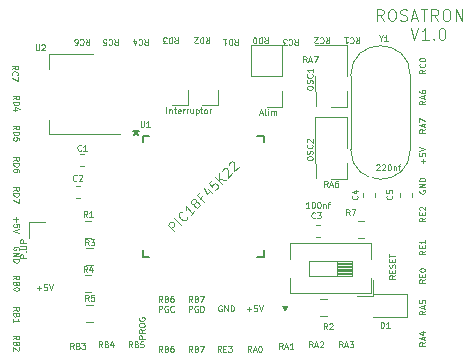
<source format=gto>
G04 #@! TF.GenerationSoftware,KiCad,Pcbnew,(5.0.2)-1*
G04 #@! TF.CreationDate,2019-07-14T21:05:42+02:00*
G04 #@! TF.ProjectId,Rosatron,526f7361-7472-46f6-9e2e-6b696361645f,rev?*
G04 #@! TF.SameCoordinates,PX4c8bb40PY4eb9cf0*
G04 #@! TF.FileFunction,Legend,Top*
G04 #@! TF.FilePolarity,Positive*
%FSLAX46Y46*%
G04 Gerber Fmt 4.6, Leading zero omitted, Abs format (unit mm)*
G04 Created by KiCad (PCBNEW (5.0.2)-1) date 14/07/2019 21:05:42*
%MOMM*%
%LPD*%
G01*
G04 APERTURE LIST*
%ADD10C,0.100000*%
%ADD11C,0.120000*%
%ADD12C,0.152400*%
%ADD13C,0.150000*%
%ADD14O,1.802000X1.802000*%
%ADD15R,1.575200X0.610000*%
%ADD16R,0.610000X1.575200*%
%ADD17R,1.802000X1.802000*%
%ADD18C,1.052000*%
%ADD19C,1.252000*%
%ADD20R,2.262000X1.222000*%
%ADD21R,2.102000X3.902000*%
%ADD22R,2.102000X1.602000*%
%ADD23C,1.602000*%
G04 APERTURE END LIST*
D10*
X28404380Y27713810D02*
X28237714Y27951905D01*
X28118666Y27713810D02*
X28118666Y28213810D01*
X28309142Y28213810D01*
X28356761Y28190000D01*
X28380571Y28166191D01*
X28404380Y28118572D01*
X28404380Y28047143D01*
X28380571Y27999524D01*
X28356761Y27975715D01*
X28309142Y27951905D01*
X28118666Y27951905D01*
X28594857Y27856667D02*
X28832952Y27856667D01*
X28547238Y27713810D02*
X28713904Y28213810D01*
X28880571Y27713810D01*
X28999619Y28213810D02*
X29332952Y28213810D01*
X29118666Y27713810D01*
X30182380Y17172810D02*
X30015714Y17410905D01*
X29896666Y17172810D02*
X29896666Y17672810D01*
X30087142Y17672810D01*
X30134761Y17649000D01*
X30158571Y17625191D01*
X30182380Y17577572D01*
X30182380Y17506143D01*
X30158571Y17458524D01*
X30134761Y17434715D01*
X30087142Y17410905D01*
X29896666Y17410905D01*
X30372857Y17315667D02*
X30610952Y17315667D01*
X30325238Y17172810D02*
X30491904Y17672810D01*
X30658571Y17172810D01*
X31039523Y17672810D02*
X30944285Y17672810D01*
X30896666Y17649000D01*
X30872857Y17625191D01*
X30825238Y17553762D01*
X30801428Y17458524D01*
X30801428Y17268048D01*
X30825238Y17220429D01*
X30849047Y17196620D01*
X30896666Y17172810D01*
X30991904Y17172810D01*
X31039523Y17196620D01*
X31063333Y17220429D01*
X31087142Y17268048D01*
X31087142Y17387096D01*
X31063333Y17434715D01*
X31039523Y17458524D01*
X30991904Y17482334D01*
X30896666Y17482334D01*
X30849047Y17458524D01*
X30825238Y17434715D01*
X30801428Y17387096D01*
X5580142Y8600286D02*
X5961095Y8600286D01*
X5770619Y8409810D02*
X5770619Y8790762D01*
X6437285Y8909810D02*
X6199190Y8909810D01*
X6175380Y8671715D01*
X6199190Y8695524D01*
X6246809Y8719334D01*
X6365857Y8719334D01*
X6413476Y8695524D01*
X6437285Y8671715D01*
X6461095Y8624096D01*
X6461095Y8505048D01*
X6437285Y8457429D01*
X6413476Y8433620D01*
X6365857Y8409810D01*
X6246809Y8409810D01*
X6199190Y8433620D01*
X6175380Y8457429D01*
X6603952Y8909810D02*
X6770619Y8409810D01*
X6937285Y8909810D01*
X34925380Y31208620D02*
X34592047Y31684810D01*
X34353952Y31208620D02*
X34353952Y32208620D01*
X34734904Y32208620D01*
X34830142Y32161000D01*
X34877761Y32113381D01*
X34925380Y32018143D01*
X34925380Y31875286D01*
X34877761Y31780048D01*
X34830142Y31732429D01*
X34734904Y31684810D01*
X34353952Y31684810D01*
X35544428Y32208620D02*
X35734904Y32208620D01*
X35830142Y32161000D01*
X35925380Y32065762D01*
X35973000Y31875286D01*
X35973000Y31541953D01*
X35925380Y31351477D01*
X35830142Y31256239D01*
X35734904Y31208620D01*
X35544428Y31208620D01*
X35449190Y31256239D01*
X35353952Y31351477D01*
X35306333Y31541953D01*
X35306333Y31875286D01*
X35353952Y32065762D01*
X35449190Y32161000D01*
X35544428Y32208620D01*
X36353952Y31256239D02*
X36496809Y31208620D01*
X36734904Y31208620D01*
X36830142Y31256239D01*
X36877761Y31303858D01*
X36925380Y31399096D01*
X36925380Y31494334D01*
X36877761Y31589572D01*
X36830142Y31637191D01*
X36734904Y31684810D01*
X36544428Y31732429D01*
X36449190Y31780048D01*
X36401571Y31827667D01*
X36353952Y31922905D01*
X36353952Y32018143D01*
X36401571Y32113381D01*
X36449190Y32161000D01*
X36544428Y32208620D01*
X36782523Y32208620D01*
X36925380Y32161000D01*
X37306333Y31494334D02*
X37782523Y31494334D01*
X37211095Y31208620D02*
X37544428Y32208620D01*
X37877761Y31208620D01*
X38068238Y32208620D02*
X38639666Y32208620D01*
X38353952Y31208620D02*
X38353952Y32208620D01*
X39544428Y31208620D02*
X39211095Y31684810D01*
X38973000Y31208620D02*
X38973000Y32208620D01*
X39353952Y32208620D01*
X39449190Y32161000D01*
X39496809Y32113381D01*
X39544428Y32018143D01*
X39544428Y31875286D01*
X39496809Y31780048D01*
X39449190Y31732429D01*
X39353952Y31684810D01*
X38973000Y31684810D01*
X40163476Y32208620D02*
X40353952Y32208620D01*
X40449190Y32161000D01*
X40544428Y32065762D01*
X40592047Y31875286D01*
X40592047Y31541953D01*
X40544428Y31351477D01*
X40449190Y31256239D01*
X40353952Y31208620D01*
X40163476Y31208620D01*
X40068238Y31256239D01*
X39973000Y31351477D01*
X39925380Y31541953D01*
X39925380Y31875286D01*
X39973000Y32065762D01*
X40068238Y32161000D01*
X40163476Y32208620D01*
X41020619Y31208620D02*
X41020619Y32208620D01*
X41592047Y31208620D01*
X41592047Y32208620D01*
X37211095Y30608620D02*
X37544428Y29608620D01*
X37877761Y30608620D01*
X38734904Y29608620D02*
X38163476Y29608620D01*
X38449190Y29608620D02*
X38449190Y30608620D01*
X38353952Y30465762D01*
X38258714Y30370524D01*
X38163476Y30322905D01*
X39163476Y29703858D02*
X39211095Y29656239D01*
X39163476Y29608620D01*
X39115857Y29656239D01*
X39163476Y29703858D01*
X39163476Y29608620D01*
X39830142Y30608620D02*
X39925380Y30608620D01*
X40020619Y30561000D01*
X40068238Y30513381D01*
X40115857Y30418143D01*
X40163476Y30227667D01*
X40163476Y29989572D01*
X40115857Y29799096D01*
X40068238Y29703858D01*
X40020619Y29656239D01*
X39925380Y29608620D01*
X39830142Y29608620D01*
X39734904Y29656239D01*
X39687285Y29703858D01*
X39639666Y29799096D01*
X39592047Y29989572D01*
X39592047Y30227667D01*
X39639666Y30418143D01*
X39687285Y30513381D01*
X39734904Y30561000D01*
X39830142Y30608620D01*
X32591333Y29817191D02*
X32758000Y29579096D01*
X32877047Y29817191D02*
X32877047Y29317191D01*
X32686571Y29317191D01*
X32638952Y29341000D01*
X32615142Y29364810D01*
X32591333Y29412429D01*
X32591333Y29483858D01*
X32615142Y29531477D01*
X32638952Y29555286D01*
X32686571Y29579096D01*
X32877047Y29579096D01*
X32091333Y29769572D02*
X32115142Y29793381D01*
X32186571Y29817191D01*
X32234190Y29817191D01*
X32305619Y29793381D01*
X32353238Y29745762D01*
X32377047Y29698143D01*
X32400857Y29602905D01*
X32400857Y29531477D01*
X32377047Y29436239D01*
X32353238Y29388620D01*
X32305619Y29341000D01*
X32234190Y29317191D01*
X32186571Y29317191D01*
X32115142Y29341000D01*
X32091333Y29364810D01*
X31615142Y29817191D02*
X31900857Y29817191D01*
X31758000Y29817191D02*
X31758000Y29317191D01*
X31805619Y29388620D01*
X31853238Y29436239D01*
X31900857Y29460048D01*
X30051333Y29817191D02*
X30218000Y29579096D01*
X30337047Y29817191D02*
X30337047Y29317191D01*
X30146571Y29317191D01*
X30098952Y29341000D01*
X30075142Y29364810D01*
X30051333Y29412429D01*
X30051333Y29483858D01*
X30075142Y29531477D01*
X30098952Y29555286D01*
X30146571Y29579096D01*
X30337047Y29579096D01*
X29551333Y29769572D02*
X29575142Y29793381D01*
X29646571Y29817191D01*
X29694190Y29817191D01*
X29765619Y29793381D01*
X29813238Y29745762D01*
X29837047Y29698143D01*
X29860857Y29602905D01*
X29860857Y29531477D01*
X29837047Y29436239D01*
X29813238Y29388620D01*
X29765619Y29341000D01*
X29694190Y29317191D01*
X29646571Y29317191D01*
X29575142Y29341000D01*
X29551333Y29364810D01*
X29360857Y29364810D02*
X29337047Y29341000D01*
X29289428Y29317191D01*
X29170380Y29317191D01*
X29122761Y29341000D01*
X29098952Y29364810D01*
X29075142Y29412429D01*
X29075142Y29460048D01*
X29098952Y29531477D01*
X29384666Y29817191D01*
X29075142Y29817191D01*
X27384333Y29690191D02*
X27551000Y29452096D01*
X27670047Y29690191D02*
X27670047Y29190191D01*
X27479571Y29190191D01*
X27431952Y29214000D01*
X27408142Y29237810D01*
X27384333Y29285429D01*
X27384333Y29356858D01*
X27408142Y29404477D01*
X27431952Y29428286D01*
X27479571Y29452096D01*
X27670047Y29452096D01*
X26884333Y29642572D02*
X26908142Y29666381D01*
X26979571Y29690191D01*
X27027190Y29690191D01*
X27098619Y29666381D01*
X27146238Y29618762D01*
X27170047Y29571143D01*
X27193857Y29475905D01*
X27193857Y29404477D01*
X27170047Y29309239D01*
X27146238Y29261620D01*
X27098619Y29214000D01*
X27027190Y29190191D01*
X26979571Y29190191D01*
X26908142Y29214000D01*
X26884333Y29237810D01*
X26717666Y29190191D02*
X26408142Y29190191D01*
X26574809Y29380667D01*
X26503380Y29380667D01*
X26455761Y29404477D01*
X26431952Y29428286D01*
X26408142Y29475905D01*
X26408142Y29594953D01*
X26431952Y29642572D01*
X26455761Y29666381D01*
X26503380Y29690191D01*
X26646238Y29690191D01*
X26693857Y29666381D01*
X26717666Y29642572D01*
X24844333Y29817191D02*
X25011000Y29579096D01*
X25130047Y29817191D02*
X25130047Y29317191D01*
X24939571Y29317191D01*
X24891952Y29341000D01*
X24868142Y29364810D01*
X24844333Y29412429D01*
X24844333Y29483858D01*
X24868142Y29531477D01*
X24891952Y29555286D01*
X24939571Y29579096D01*
X25130047Y29579096D01*
X24630047Y29817191D02*
X24630047Y29317191D01*
X24511000Y29317191D01*
X24439571Y29341000D01*
X24391952Y29388620D01*
X24368142Y29436239D01*
X24344333Y29531477D01*
X24344333Y29602905D01*
X24368142Y29698143D01*
X24391952Y29745762D01*
X24439571Y29793381D01*
X24511000Y29817191D01*
X24630047Y29817191D01*
X24034809Y29317191D02*
X23987190Y29317191D01*
X23939571Y29341000D01*
X23915761Y29364810D01*
X23891952Y29412429D01*
X23868142Y29507667D01*
X23868142Y29626715D01*
X23891952Y29721953D01*
X23915761Y29769572D01*
X23939571Y29793381D01*
X23987190Y29817191D01*
X24034809Y29817191D01*
X24082428Y29793381D01*
X24106238Y29769572D01*
X24130047Y29721953D01*
X24153857Y29626715D01*
X24153857Y29507667D01*
X24130047Y29412429D01*
X24106238Y29364810D01*
X24082428Y29341000D01*
X24034809Y29317191D01*
X22304333Y29690191D02*
X22471000Y29452096D01*
X22590047Y29690191D02*
X22590047Y29190191D01*
X22399571Y29190191D01*
X22351952Y29214000D01*
X22328142Y29237810D01*
X22304333Y29285429D01*
X22304333Y29356858D01*
X22328142Y29404477D01*
X22351952Y29428286D01*
X22399571Y29452096D01*
X22590047Y29452096D01*
X22090047Y29690191D02*
X22090047Y29190191D01*
X21971000Y29190191D01*
X21899571Y29214000D01*
X21851952Y29261620D01*
X21828142Y29309239D01*
X21804333Y29404477D01*
X21804333Y29475905D01*
X21828142Y29571143D01*
X21851952Y29618762D01*
X21899571Y29666381D01*
X21971000Y29690191D01*
X22090047Y29690191D01*
X21328142Y29690191D02*
X21613857Y29690191D01*
X21471000Y29690191D02*
X21471000Y29190191D01*
X21518619Y29261620D01*
X21566238Y29309239D01*
X21613857Y29333048D01*
X19891333Y29817191D02*
X20058000Y29579096D01*
X20177047Y29817191D02*
X20177047Y29317191D01*
X19986571Y29317191D01*
X19938952Y29341000D01*
X19915142Y29364810D01*
X19891333Y29412429D01*
X19891333Y29483858D01*
X19915142Y29531477D01*
X19938952Y29555286D01*
X19986571Y29579096D01*
X20177047Y29579096D01*
X19677047Y29817191D02*
X19677047Y29317191D01*
X19558000Y29317191D01*
X19486571Y29341000D01*
X19438952Y29388620D01*
X19415142Y29436239D01*
X19391333Y29531477D01*
X19391333Y29602905D01*
X19415142Y29698143D01*
X19438952Y29745762D01*
X19486571Y29793381D01*
X19558000Y29817191D01*
X19677047Y29817191D01*
X19200857Y29364810D02*
X19177047Y29341000D01*
X19129428Y29317191D01*
X19010380Y29317191D01*
X18962761Y29341000D01*
X18938952Y29364810D01*
X18915142Y29412429D01*
X18915142Y29460048D01*
X18938952Y29531477D01*
X19224666Y29817191D01*
X18915142Y29817191D01*
X17224333Y29817191D02*
X17391000Y29579096D01*
X17510047Y29817191D02*
X17510047Y29317191D01*
X17319571Y29317191D01*
X17271952Y29341000D01*
X17248142Y29364810D01*
X17224333Y29412429D01*
X17224333Y29483858D01*
X17248142Y29531477D01*
X17271952Y29555286D01*
X17319571Y29579096D01*
X17510047Y29579096D01*
X17010047Y29817191D02*
X17010047Y29317191D01*
X16891000Y29317191D01*
X16819571Y29341000D01*
X16771952Y29388620D01*
X16748142Y29436239D01*
X16724333Y29531477D01*
X16724333Y29602905D01*
X16748142Y29698143D01*
X16771952Y29745762D01*
X16819571Y29793381D01*
X16891000Y29817191D01*
X17010047Y29817191D01*
X16557666Y29317191D02*
X16248142Y29317191D01*
X16414809Y29507667D01*
X16343380Y29507667D01*
X16295761Y29531477D01*
X16271952Y29555286D01*
X16248142Y29602905D01*
X16248142Y29721953D01*
X16271952Y29769572D01*
X16295761Y29793381D01*
X16343380Y29817191D01*
X16486238Y29817191D01*
X16533857Y29793381D01*
X16557666Y29769572D01*
X14684333Y29690191D02*
X14851000Y29452096D01*
X14970047Y29690191D02*
X14970047Y29190191D01*
X14779571Y29190191D01*
X14731952Y29214000D01*
X14708142Y29237810D01*
X14684333Y29285429D01*
X14684333Y29356858D01*
X14708142Y29404477D01*
X14731952Y29428286D01*
X14779571Y29452096D01*
X14970047Y29452096D01*
X14184333Y29642572D02*
X14208142Y29666381D01*
X14279571Y29690191D01*
X14327190Y29690191D01*
X14398619Y29666381D01*
X14446238Y29618762D01*
X14470047Y29571143D01*
X14493857Y29475905D01*
X14493857Y29404477D01*
X14470047Y29309239D01*
X14446238Y29261620D01*
X14398619Y29214000D01*
X14327190Y29190191D01*
X14279571Y29190191D01*
X14208142Y29214000D01*
X14184333Y29237810D01*
X13755761Y29356858D02*
X13755761Y29690191D01*
X13874809Y29166381D02*
X13993857Y29523524D01*
X13684333Y29523524D01*
X12144333Y29690191D02*
X12311000Y29452096D01*
X12430047Y29690191D02*
X12430047Y29190191D01*
X12239571Y29190191D01*
X12191952Y29214000D01*
X12168142Y29237810D01*
X12144333Y29285429D01*
X12144333Y29356858D01*
X12168142Y29404477D01*
X12191952Y29428286D01*
X12239571Y29452096D01*
X12430047Y29452096D01*
X11644333Y29642572D02*
X11668142Y29666381D01*
X11739571Y29690191D01*
X11787190Y29690191D01*
X11858619Y29666381D01*
X11906238Y29618762D01*
X11930047Y29571143D01*
X11953857Y29475905D01*
X11953857Y29404477D01*
X11930047Y29309239D01*
X11906238Y29261620D01*
X11858619Y29214000D01*
X11787190Y29190191D01*
X11739571Y29190191D01*
X11668142Y29214000D01*
X11644333Y29237810D01*
X11191952Y29190191D02*
X11430047Y29190191D01*
X11453857Y29428286D01*
X11430047Y29404477D01*
X11382428Y29380667D01*
X11263380Y29380667D01*
X11215761Y29404477D01*
X11191952Y29428286D01*
X11168142Y29475905D01*
X11168142Y29594953D01*
X11191952Y29642572D01*
X11215761Y29666381D01*
X11263380Y29690191D01*
X11382428Y29690191D01*
X11430047Y29666381D01*
X11453857Y29642572D01*
X9731333Y29690191D02*
X9898000Y29452096D01*
X10017047Y29690191D02*
X10017047Y29190191D01*
X9826571Y29190191D01*
X9778952Y29214000D01*
X9755142Y29237810D01*
X9731333Y29285429D01*
X9731333Y29356858D01*
X9755142Y29404477D01*
X9778952Y29428286D01*
X9826571Y29452096D01*
X10017047Y29452096D01*
X9231333Y29642572D02*
X9255142Y29666381D01*
X9326571Y29690191D01*
X9374190Y29690191D01*
X9445619Y29666381D01*
X9493238Y29618762D01*
X9517047Y29571143D01*
X9540857Y29475905D01*
X9540857Y29404477D01*
X9517047Y29309239D01*
X9493238Y29261620D01*
X9445619Y29214000D01*
X9374190Y29190191D01*
X9326571Y29190191D01*
X9255142Y29214000D01*
X9231333Y29237810D01*
X8802761Y29190191D02*
X8898000Y29190191D01*
X8945619Y29214000D01*
X8969428Y29237810D01*
X9017047Y29309239D01*
X9040857Y29404477D01*
X9040857Y29594953D01*
X9017047Y29642572D01*
X8993238Y29666381D01*
X8945619Y29690191D01*
X8850380Y29690191D01*
X8802761Y29666381D01*
X8778952Y29642572D01*
X8755142Y29594953D01*
X8755142Y29475905D01*
X8778952Y29428286D01*
X8802761Y29404477D01*
X8850380Y29380667D01*
X8945619Y29380667D01*
X8993238Y29404477D01*
X9017047Y29428286D01*
X9040857Y29475905D01*
X3583809Y4270334D02*
X3821904Y4437000D01*
X3583809Y4556048D02*
X4083809Y4556048D01*
X4083809Y4365572D01*
X4060000Y4317953D01*
X4036190Y4294143D01*
X3988571Y4270334D01*
X3917142Y4270334D01*
X3869523Y4294143D01*
X3845714Y4317953D01*
X3821904Y4365572D01*
X3821904Y4556048D01*
X3845714Y3889381D02*
X3821904Y3817953D01*
X3798095Y3794143D01*
X3750476Y3770334D01*
X3679047Y3770334D01*
X3631428Y3794143D01*
X3607619Y3817953D01*
X3583809Y3865572D01*
X3583809Y4056048D01*
X4083809Y4056048D01*
X4083809Y3889381D01*
X4060000Y3841762D01*
X4036190Y3817953D01*
X3988571Y3794143D01*
X3940952Y3794143D01*
X3893333Y3817953D01*
X3869523Y3841762D01*
X3845714Y3889381D01*
X3845714Y4056048D01*
X4036190Y3579858D02*
X4060000Y3556048D01*
X4083809Y3508429D01*
X4083809Y3389381D01*
X4060000Y3341762D01*
X4036190Y3317953D01*
X3988571Y3294143D01*
X3940952Y3294143D01*
X3869523Y3317953D01*
X3583809Y3603667D01*
X3583809Y3294143D01*
X3583809Y6683334D02*
X3821904Y6850000D01*
X3583809Y6969048D02*
X4083809Y6969048D01*
X4083809Y6778572D01*
X4060000Y6730953D01*
X4036190Y6707143D01*
X3988571Y6683334D01*
X3917142Y6683334D01*
X3869523Y6707143D01*
X3845714Y6730953D01*
X3821904Y6778572D01*
X3821904Y6969048D01*
X3845714Y6302381D02*
X3821904Y6230953D01*
X3798095Y6207143D01*
X3750476Y6183334D01*
X3679047Y6183334D01*
X3631428Y6207143D01*
X3607619Y6230953D01*
X3583809Y6278572D01*
X3583809Y6469048D01*
X4083809Y6469048D01*
X4083809Y6302381D01*
X4060000Y6254762D01*
X4036190Y6230953D01*
X3988571Y6207143D01*
X3940952Y6207143D01*
X3893333Y6230953D01*
X3869523Y6254762D01*
X3845714Y6302381D01*
X3845714Y6469048D01*
X3583809Y5707143D02*
X3583809Y5992858D01*
X3583809Y5850000D02*
X4083809Y5850000D01*
X4012380Y5897620D01*
X3964761Y5945239D01*
X3940952Y5992858D01*
X3583809Y9350334D02*
X3821904Y9517000D01*
X3583809Y9636048D02*
X4083809Y9636048D01*
X4083809Y9445572D01*
X4060000Y9397953D01*
X4036190Y9374143D01*
X3988571Y9350334D01*
X3917142Y9350334D01*
X3869523Y9374143D01*
X3845714Y9397953D01*
X3821904Y9445572D01*
X3821904Y9636048D01*
X3845714Y8969381D02*
X3821904Y8897953D01*
X3798095Y8874143D01*
X3750476Y8850334D01*
X3679047Y8850334D01*
X3631428Y8874143D01*
X3607619Y8897953D01*
X3583809Y8945572D01*
X3583809Y9136048D01*
X4083809Y9136048D01*
X4083809Y8969381D01*
X4060000Y8921762D01*
X4036190Y8897953D01*
X3988571Y8874143D01*
X3940952Y8874143D01*
X3893333Y8897953D01*
X3869523Y8921762D01*
X3845714Y8969381D01*
X3845714Y9136048D01*
X4083809Y8540810D02*
X4083809Y8493191D01*
X4060000Y8445572D01*
X4036190Y8421762D01*
X3988571Y8397953D01*
X3893333Y8374143D01*
X3774285Y8374143D01*
X3679047Y8397953D01*
X3631428Y8421762D01*
X3607619Y8445572D01*
X3583809Y8493191D01*
X3583809Y8540810D01*
X3607619Y8588429D01*
X3631428Y8612239D01*
X3679047Y8636048D01*
X3774285Y8659858D01*
X3893333Y8659858D01*
X3988571Y8636048D01*
X4036190Y8612239D01*
X4060000Y8588429D01*
X4083809Y8540810D01*
X4060000Y11810953D02*
X4083809Y11858572D01*
X4083809Y11930000D01*
X4060000Y12001429D01*
X4012380Y12049048D01*
X3964761Y12072858D01*
X3869523Y12096667D01*
X3798095Y12096667D01*
X3702857Y12072858D01*
X3655238Y12049048D01*
X3607619Y12001429D01*
X3583809Y11930000D01*
X3583809Y11882381D01*
X3607619Y11810953D01*
X3631428Y11787143D01*
X3798095Y11787143D01*
X3798095Y11882381D01*
X3583809Y11572858D02*
X4083809Y11572858D01*
X3583809Y11287143D01*
X4083809Y11287143D01*
X3583809Y11049048D02*
X4083809Y11049048D01*
X4083809Y10930000D01*
X4060000Y10858572D01*
X4012380Y10810953D01*
X3964761Y10787143D01*
X3869523Y10763334D01*
X3798095Y10763334D01*
X3702857Y10787143D01*
X3655238Y10810953D01*
X3607619Y10858572D01*
X3583809Y10930000D01*
X3583809Y11049048D01*
X3774285Y14612858D02*
X3774285Y14231905D01*
X3583809Y14422381D02*
X3964761Y14422381D01*
X4083809Y13755715D02*
X4083809Y13993810D01*
X3845714Y14017620D01*
X3869523Y13993810D01*
X3893333Y13946191D01*
X3893333Y13827143D01*
X3869523Y13779524D01*
X3845714Y13755715D01*
X3798095Y13731905D01*
X3679047Y13731905D01*
X3631428Y13755715D01*
X3607619Y13779524D01*
X3583809Y13827143D01*
X3583809Y13946191D01*
X3607619Y13993810D01*
X3631428Y14017620D01*
X4083809Y13589048D02*
X3583809Y13422381D01*
X4083809Y13255715D01*
X3583809Y16843334D02*
X3821904Y17010000D01*
X3583809Y17129048D02*
X4083809Y17129048D01*
X4083809Y16938572D01*
X4060000Y16890953D01*
X4036190Y16867143D01*
X3988571Y16843334D01*
X3917142Y16843334D01*
X3869523Y16867143D01*
X3845714Y16890953D01*
X3821904Y16938572D01*
X3821904Y17129048D01*
X3583809Y16629048D02*
X4083809Y16629048D01*
X4083809Y16510000D01*
X4060000Y16438572D01*
X4012380Y16390953D01*
X3964761Y16367143D01*
X3869523Y16343334D01*
X3798095Y16343334D01*
X3702857Y16367143D01*
X3655238Y16390953D01*
X3607619Y16438572D01*
X3583809Y16510000D01*
X3583809Y16629048D01*
X4083809Y16176667D02*
X4083809Y15843334D01*
X3583809Y16057620D01*
X3583809Y19383334D02*
X3821904Y19550000D01*
X3583809Y19669048D02*
X4083809Y19669048D01*
X4083809Y19478572D01*
X4060000Y19430953D01*
X4036190Y19407143D01*
X3988571Y19383334D01*
X3917142Y19383334D01*
X3869523Y19407143D01*
X3845714Y19430953D01*
X3821904Y19478572D01*
X3821904Y19669048D01*
X3583809Y19169048D02*
X4083809Y19169048D01*
X4083809Y19050000D01*
X4060000Y18978572D01*
X4012380Y18930953D01*
X3964761Y18907143D01*
X3869523Y18883334D01*
X3798095Y18883334D01*
X3702857Y18907143D01*
X3655238Y18930953D01*
X3607619Y18978572D01*
X3583809Y19050000D01*
X3583809Y19169048D01*
X4083809Y18454762D02*
X4083809Y18550000D01*
X4060000Y18597620D01*
X4036190Y18621429D01*
X3964761Y18669048D01*
X3869523Y18692858D01*
X3679047Y18692858D01*
X3631428Y18669048D01*
X3607619Y18645239D01*
X3583809Y18597620D01*
X3583809Y18502381D01*
X3607619Y18454762D01*
X3631428Y18430953D01*
X3679047Y18407143D01*
X3798095Y18407143D01*
X3845714Y18430953D01*
X3869523Y18454762D01*
X3893333Y18502381D01*
X3893333Y18597620D01*
X3869523Y18645239D01*
X3845714Y18669048D01*
X3798095Y18692858D01*
X3583809Y22050334D02*
X3821904Y22217000D01*
X3583809Y22336048D02*
X4083809Y22336048D01*
X4083809Y22145572D01*
X4060000Y22097953D01*
X4036190Y22074143D01*
X3988571Y22050334D01*
X3917142Y22050334D01*
X3869523Y22074143D01*
X3845714Y22097953D01*
X3821904Y22145572D01*
X3821904Y22336048D01*
X3583809Y21836048D02*
X4083809Y21836048D01*
X4083809Y21717000D01*
X4060000Y21645572D01*
X4012380Y21597953D01*
X3964761Y21574143D01*
X3869523Y21550334D01*
X3798095Y21550334D01*
X3702857Y21574143D01*
X3655238Y21597953D01*
X3607619Y21645572D01*
X3583809Y21717000D01*
X3583809Y21836048D01*
X4083809Y21097953D02*
X4083809Y21336048D01*
X3845714Y21359858D01*
X3869523Y21336048D01*
X3893333Y21288429D01*
X3893333Y21169381D01*
X3869523Y21121762D01*
X3845714Y21097953D01*
X3798095Y21074143D01*
X3679047Y21074143D01*
X3631428Y21097953D01*
X3607619Y21121762D01*
X3583809Y21169381D01*
X3583809Y21288429D01*
X3607619Y21336048D01*
X3631428Y21359858D01*
X3583809Y24590334D02*
X3821904Y24757000D01*
X3583809Y24876048D02*
X4083809Y24876048D01*
X4083809Y24685572D01*
X4060000Y24637953D01*
X4036190Y24614143D01*
X3988571Y24590334D01*
X3917142Y24590334D01*
X3869523Y24614143D01*
X3845714Y24637953D01*
X3821904Y24685572D01*
X3821904Y24876048D01*
X3583809Y24376048D02*
X4083809Y24376048D01*
X4083809Y24257000D01*
X4060000Y24185572D01*
X4012380Y24137953D01*
X3964761Y24114143D01*
X3869523Y24090334D01*
X3798095Y24090334D01*
X3702857Y24114143D01*
X3655238Y24137953D01*
X3607619Y24185572D01*
X3583809Y24257000D01*
X3583809Y24376048D01*
X3917142Y23661762D02*
X3583809Y23661762D01*
X4107619Y23780810D02*
X3750476Y23899858D01*
X3750476Y23590334D01*
X3456809Y27130334D02*
X3694904Y27297000D01*
X3456809Y27416048D02*
X3956809Y27416048D01*
X3956809Y27225572D01*
X3933000Y27177953D01*
X3909190Y27154143D01*
X3861571Y27130334D01*
X3790142Y27130334D01*
X3742523Y27154143D01*
X3718714Y27177953D01*
X3694904Y27225572D01*
X3694904Y27416048D01*
X3504428Y26630334D02*
X3480619Y26654143D01*
X3456809Y26725572D01*
X3456809Y26773191D01*
X3480619Y26844620D01*
X3528238Y26892239D01*
X3575857Y26916048D01*
X3671095Y26939858D01*
X3742523Y26939858D01*
X3837761Y26916048D01*
X3885380Y26892239D01*
X3933000Y26844620D01*
X3956809Y26773191D01*
X3956809Y26725572D01*
X3933000Y26654143D01*
X3909190Y26630334D01*
X3956809Y26463667D02*
X3956809Y26130334D01*
X3456809Y26344620D01*
X38453190Y27098667D02*
X38215095Y26932000D01*
X38453190Y26812953D02*
X37953190Y26812953D01*
X37953190Y27003429D01*
X37977000Y27051048D01*
X38000809Y27074858D01*
X38048428Y27098667D01*
X38119857Y27098667D01*
X38167476Y27074858D01*
X38191285Y27051048D01*
X38215095Y27003429D01*
X38215095Y26812953D01*
X38405571Y27598667D02*
X38429380Y27574858D01*
X38453190Y27503429D01*
X38453190Y27455810D01*
X38429380Y27384381D01*
X38381761Y27336762D01*
X38334142Y27312953D01*
X38238904Y27289143D01*
X38167476Y27289143D01*
X38072238Y27312953D01*
X38024619Y27336762D01*
X37977000Y27384381D01*
X37953190Y27455810D01*
X37953190Y27503429D01*
X37977000Y27574858D01*
X38000809Y27598667D01*
X37953190Y27908191D02*
X37953190Y27955810D01*
X37977000Y28003429D01*
X38000809Y28027239D01*
X38048428Y28051048D01*
X38143666Y28074858D01*
X38262714Y28074858D01*
X38357952Y28051048D01*
X38405571Y28027239D01*
X38429380Y28003429D01*
X38453190Y27955810D01*
X38453190Y27908191D01*
X38429380Y27860572D01*
X38405571Y27836762D01*
X38357952Y27812953D01*
X38262714Y27789143D01*
X38143666Y27789143D01*
X38048428Y27812953D01*
X38000809Y27836762D01*
X37977000Y27860572D01*
X37953190Y27908191D01*
X38453190Y24467381D02*
X38215095Y24300715D01*
X38453190Y24181667D02*
X37953190Y24181667D01*
X37953190Y24372143D01*
X37977000Y24419762D01*
X38000809Y24443572D01*
X38048428Y24467381D01*
X38119857Y24467381D01*
X38167476Y24443572D01*
X38191285Y24419762D01*
X38215095Y24372143D01*
X38215095Y24181667D01*
X38310333Y24657858D02*
X38310333Y24895953D01*
X38453190Y24610239D02*
X37953190Y24776905D01*
X38453190Y24943572D01*
X37953190Y25324524D02*
X37953190Y25229286D01*
X37977000Y25181667D01*
X38000809Y25157858D01*
X38072238Y25110239D01*
X38167476Y25086429D01*
X38357952Y25086429D01*
X38405571Y25110239D01*
X38429380Y25134048D01*
X38453190Y25181667D01*
X38453190Y25276905D01*
X38429380Y25324524D01*
X38405571Y25348334D01*
X38357952Y25372143D01*
X38238904Y25372143D01*
X38191285Y25348334D01*
X38167476Y25324524D01*
X38143666Y25276905D01*
X38143666Y25181667D01*
X38167476Y25134048D01*
X38191285Y25110239D01*
X38238904Y25086429D01*
X38453190Y22054381D02*
X38215095Y21887715D01*
X38453190Y21768667D02*
X37953190Y21768667D01*
X37953190Y21959143D01*
X37977000Y22006762D01*
X38000809Y22030572D01*
X38048428Y22054381D01*
X38119857Y22054381D01*
X38167476Y22030572D01*
X38191285Y22006762D01*
X38215095Y21959143D01*
X38215095Y21768667D01*
X38310333Y22244858D02*
X38310333Y22482953D01*
X38453190Y22197239D02*
X37953190Y22363905D01*
X38453190Y22530572D01*
X37953190Y22649620D02*
X37953190Y22982953D01*
X38453190Y22768667D01*
X38262714Y19169143D02*
X38262714Y19550096D01*
X38453190Y19359620D02*
X38072238Y19359620D01*
X37953190Y20026286D02*
X37953190Y19788191D01*
X38191285Y19764381D01*
X38167476Y19788191D01*
X38143666Y19835810D01*
X38143666Y19954858D01*
X38167476Y20002477D01*
X38191285Y20026286D01*
X38238904Y20050096D01*
X38357952Y20050096D01*
X38405571Y20026286D01*
X38429380Y20002477D01*
X38453190Y19954858D01*
X38453190Y19835810D01*
X38429380Y19788191D01*
X38405571Y19764381D01*
X37953190Y20192953D02*
X38453190Y20359620D01*
X37953190Y20526286D01*
X37977000Y16891048D02*
X37953190Y16843429D01*
X37953190Y16772000D01*
X37977000Y16700572D01*
X38024619Y16652953D01*
X38072238Y16629143D01*
X38167476Y16605334D01*
X38238904Y16605334D01*
X38334142Y16629143D01*
X38381761Y16652953D01*
X38429380Y16700572D01*
X38453190Y16772000D01*
X38453190Y16819620D01*
X38429380Y16891048D01*
X38405571Y16914858D01*
X38238904Y16914858D01*
X38238904Y16819620D01*
X38453190Y17129143D02*
X37953190Y17129143D01*
X38453190Y17414858D01*
X37953190Y17414858D01*
X38453190Y17652953D02*
X37953190Y17652953D01*
X37953190Y17772000D01*
X37977000Y17843429D01*
X38024619Y17891048D01*
X38072238Y17914858D01*
X38167476Y17938667D01*
X38238904Y17938667D01*
X38334142Y17914858D01*
X38381761Y17891048D01*
X38429380Y17843429D01*
X38453190Y17772000D01*
X38453190Y17652953D01*
X38453190Y14549477D02*
X38215095Y14382810D01*
X38453190Y14263762D02*
X37953190Y14263762D01*
X37953190Y14454239D01*
X37977000Y14501858D01*
X38000809Y14525667D01*
X38048428Y14549477D01*
X38119857Y14549477D01*
X38167476Y14525667D01*
X38191285Y14501858D01*
X38215095Y14454239D01*
X38215095Y14263762D01*
X38191285Y14763762D02*
X38191285Y14930429D01*
X38453190Y15001858D02*
X38453190Y14763762D01*
X37953190Y14763762D01*
X37953190Y15001858D01*
X38000809Y15192334D02*
X37977000Y15216143D01*
X37953190Y15263762D01*
X37953190Y15382810D01*
X37977000Y15430429D01*
X38000809Y15454239D01*
X38048428Y15478048D01*
X38096047Y15478048D01*
X38167476Y15454239D01*
X38453190Y15168524D01*
X38453190Y15478048D01*
X38453190Y11755477D02*
X38215095Y11588810D01*
X38453190Y11469762D02*
X37953190Y11469762D01*
X37953190Y11660239D01*
X37977000Y11707858D01*
X38000809Y11731667D01*
X38048428Y11755477D01*
X38119857Y11755477D01*
X38167476Y11731667D01*
X38191285Y11707858D01*
X38215095Y11660239D01*
X38215095Y11469762D01*
X38191285Y11969762D02*
X38191285Y12136429D01*
X38453190Y12207858D02*
X38453190Y11969762D01*
X37953190Y11969762D01*
X37953190Y12207858D01*
X38453190Y12684048D02*
X38453190Y12398334D01*
X38453190Y12541191D02*
X37953190Y12541191D01*
X38024619Y12493572D01*
X38072238Y12445953D01*
X38096047Y12398334D01*
X38453190Y9342477D02*
X38215095Y9175810D01*
X38453190Y9056762D02*
X37953190Y9056762D01*
X37953190Y9247239D01*
X37977000Y9294858D01*
X38000809Y9318667D01*
X38048428Y9342477D01*
X38119857Y9342477D01*
X38167476Y9318667D01*
X38191285Y9294858D01*
X38215095Y9247239D01*
X38215095Y9056762D01*
X38191285Y9556762D02*
X38191285Y9723429D01*
X38453190Y9794858D02*
X38453190Y9556762D01*
X37953190Y9556762D01*
X37953190Y9794858D01*
X37953190Y10104381D02*
X37953190Y10152000D01*
X37977000Y10199620D01*
X38000809Y10223429D01*
X38048428Y10247239D01*
X38143666Y10271048D01*
X38262714Y10271048D01*
X38357952Y10247239D01*
X38405571Y10223429D01*
X38429380Y10199620D01*
X38453190Y10152000D01*
X38453190Y10104381D01*
X38429380Y10056762D01*
X38405571Y10032953D01*
X38357952Y10009143D01*
X38262714Y9985334D01*
X38143666Y9985334D01*
X38048428Y10009143D01*
X38000809Y10032953D01*
X37977000Y10056762D01*
X37953190Y10104381D01*
X38453190Y6687381D02*
X38215095Y6520715D01*
X38453190Y6401667D02*
X37953190Y6401667D01*
X37953190Y6592143D01*
X37977000Y6639762D01*
X38000809Y6663572D01*
X38048428Y6687381D01*
X38119857Y6687381D01*
X38167476Y6663572D01*
X38191285Y6639762D01*
X38215095Y6592143D01*
X38215095Y6401667D01*
X38310333Y6877858D02*
X38310333Y7115953D01*
X38453190Y6830239D02*
X37953190Y6996905D01*
X38453190Y7163572D01*
X37953190Y7568334D02*
X37953190Y7330239D01*
X38191285Y7306429D01*
X38167476Y7330239D01*
X38143666Y7377858D01*
X38143666Y7496905D01*
X38167476Y7544524D01*
X38191285Y7568334D01*
X38238904Y7592143D01*
X38357952Y7592143D01*
X38405571Y7568334D01*
X38429380Y7544524D01*
X38453190Y7496905D01*
X38453190Y7377858D01*
X38429380Y7330239D01*
X38405571Y7306429D01*
X38453190Y4020381D02*
X38215095Y3853715D01*
X38453190Y3734667D02*
X37953190Y3734667D01*
X37953190Y3925143D01*
X37977000Y3972762D01*
X38000809Y3996572D01*
X38048428Y4020381D01*
X38119857Y4020381D01*
X38167476Y3996572D01*
X38191285Y3972762D01*
X38215095Y3925143D01*
X38215095Y3734667D01*
X38310333Y4210858D02*
X38310333Y4448953D01*
X38453190Y4163239D02*
X37953190Y4329905D01*
X38453190Y4496572D01*
X38119857Y4877524D02*
X38453190Y4877524D01*
X37929380Y4758477D02*
X38286523Y4639429D01*
X38286523Y4948953D01*
X34317904Y19022191D02*
X34341714Y19046000D01*
X34389333Y19069810D01*
X34508380Y19069810D01*
X34556000Y19046000D01*
X34579809Y19022191D01*
X34603619Y18974572D01*
X34603619Y18926953D01*
X34579809Y18855524D01*
X34294095Y18569810D01*
X34603619Y18569810D01*
X34794095Y19022191D02*
X34817904Y19046000D01*
X34865523Y19069810D01*
X34984571Y19069810D01*
X35032190Y19046000D01*
X35056000Y19022191D01*
X35079809Y18974572D01*
X35079809Y18926953D01*
X35056000Y18855524D01*
X34770285Y18569810D01*
X35079809Y18569810D01*
X35389333Y19069810D02*
X35436952Y19069810D01*
X35484571Y19046000D01*
X35508380Y19022191D01*
X35532190Y18974572D01*
X35556000Y18879334D01*
X35556000Y18760286D01*
X35532190Y18665048D01*
X35508380Y18617429D01*
X35484571Y18593620D01*
X35436952Y18569810D01*
X35389333Y18569810D01*
X35341714Y18593620D01*
X35317904Y18617429D01*
X35294095Y18665048D01*
X35270285Y18760286D01*
X35270285Y18879334D01*
X35294095Y18974572D01*
X35317904Y19022191D01*
X35341714Y19046000D01*
X35389333Y19069810D01*
X35770285Y18903143D02*
X35770285Y18569810D01*
X35770285Y18855524D02*
X35794095Y18879334D01*
X35841714Y18903143D01*
X35913142Y18903143D01*
X35960761Y18879334D01*
X35984571Y18831715D01*
X35984571Y18569810D01*
X36151238Y18903143D02*
X36341714Y18903143D01*
X36222666Y18569810D02*
X36222666Y18998381D01*
X36246476Y19046000D01*
X36294095Y19069810D01*
X36341714Y19069810D01*
X32690571Y16426667D02*
X32714380Y16402858D01*
X32738190Y16331429D01*
X32738190Y16283810D01*
X32714380Y16212381D01*
X32666761Y16164762D01*
X32619142Y16140953D01*
X32523904Y16117143D01*
X32452476Y16117143D01*
X32357238Y16140953D01*
X32309619Y16164762D01*
X32262000Y16212381D01*
X32238190Y16283810D01*
X32238190Y16331429D01*
X32262000Y16402858D01*
X32285809Y16426667D01*
X32404857Y16855239D02*
X32738190Y16855239D01*
X32214380Y16736191D02*
X32571523Y16617143D01*
X32571523Y16926667D01*
X28634619Y15394810D02*
X28348904Y15394810D01*
X28491761Y15394810D02*
X28491761Y15894810D01*
X28444142Y15823381D01*
X28396523Y15775762D01*
X28348904Y15751953D01*
X28944142Y15894810D02*
X28991761Y15894810D01*
X29039380Y15871000D01*
X29063190Y15847191D01*
X29087000Y15799572D01*
X29110809Y15704334D01*
X29110809Y15585286D01*
X29087000Y15490048D01*
X29063190Y15442429D01*
X29039380Y15418620D01*
X28991761Y15394810D01*
X28944142Y15394810D01*
X28896523Y15418620D01*
X28872714Y15442429D01*
X28848904Y15490048D01*
X28825095Y15585286D01*
X28825095Y15704334D01*
X28848904Y15799572D01*
X28872714Y15847191D01*
X28896523Y15871000D01*
X28944142Y15894810D01*
X29420333Y15894810D02*
X29467952Y15894810D01*
X29515571Y15871000D01*
X29539380Y15847191D01*
X29563190Y15799572D01*
X29587000Y15704334D01*
X29587000Y15585286D01*
X29563190Y15490048D01*
X29539380Y15442429D01*
X29515571Y15418620D01*
X29467952Y15394810D01*
X29420333Y15394810D01*
X29372714Y15418620D01*
X29348904Y15442429D01*
X29325095Y15490048D01*
X29301285Y15585286D01*
X29301285Y15704334D01*
X29325095Y15799572D01*
X29348904Y15847191D01*
X29372714Y15871000D01*
X29420333Y15894810D01*
X29801285Y15728143D02*
X29801285Y15394810D01*
X29801285Y15680524D02*
X29825095Y15704334D01*
X29872714Y15728143D01*
X29944142Y15728143D01*
X29991761Y15704334D01*
X30015571Y15656715D01*
X30015571Y15394810D01*
X30182238Y15728143D02*
X30372714Y15728143D01*
X30253666Y15394810D02*
X30253666Y15823381D01*
X30277476Y15871000D01*
X30325095Y15894810D01*
X30372714Y15894810D01*
X16176666Y7437810D02*
X16010000Y7675905D01*
X15890952Y7437810D02*
X15890952Y7937810D01*
X16081428Y7937810D01*
X16129047Y7914000D01*
X16152857Y7890191D01*
X16176666Y7842572D01*
X16176666Y7771143D01*
X16152857Y7723524D01*
X16129047Y7699715D01*
X16081428Y7675905D01*
X15890952Y7675905D01*
X16557619Y7699715D02*
X16629047Y7675905D01*
X16652857Y7652096D01*
X16676666Y7604477D01*
X16676666Y7533048D01*
X16652857Y7485429D01*
X16629047Y7461620D01*
X16581428Y7437810D01*
X16390952Y7437810D01*
X16390952Y7937810D01*
X16557619Y7937810D01*
X16605238Y7914000D01*
X16629047Y7890191D01*
X16652857Y7842572D01*
X16652857Y7794953D01*
X16629047Y7747334D01*
X16605238Y7723524D01*
X16557619Y7699715D01*
X16390952Y7699715D01*
X17105238Y7937810D02*
X17010000Y7937810D01*
X16962380Y7914000D01*
X16938571Y7890191D01*
X16890952Y7818762D01*
X16867142Y7723524D01*
X16867142Y7533048D01*
X16890952Y7485429D01*
X16914761Y7461620D01*
X16962380Y7437810D01*
X17057619Y7437810D01*
X17105238Y7461620D01*
X17129047Y7485429D01*
X17152857Y7533048D01*
X17152857Y7652096D01*
X17129047Y7699715D01*
X17105238Y7723524D01*
X17057619Y7747334D01*
X16962380Y7747334D01*
X16914761Y7723524D01*
X16890952Y7699715D01*
X16867142Y7652096D01*
X15879047Y6587810D02*
X15879047Y7087810D01*
X16069523Y7087810D01*
X16117142Y7064000D01*
X16140952Y7040191D01*
X16164761Y6992572D01*
X16164761Y6921143D01*
X16140952Y6873524D01*
X16117142Y6849715D01*
X16069523Y6825905D01*
X15879047Y6825905D01*
X16640952Y7064000D02*
X16593333Y7087810D01*
X16521904Y7087810D01*
X16450476Y7064000D01*
X16402857Y7016381D01*
X16379047Y6968762D01*
X16355238Y6873524D01*
X16355238Y6802096D01*
X16379047Y6706858D01*
X16402857Y6659239D01*
X16450476Y6611620D01*
X16521904Y6587810D01*
X16569523Y6587810D01*
X16640952Y6611620D01*
X16664761Y6635429D01*
X16664761Y6802096D01*
X16569523Y6802096D01*
X17164761Y6635429D02*
X17140952Y6611620D01*
X17069523Y6587810D01*
X17021904Y6587810D01*
X16950476Y6611620D01*
X16902857Y6659239D01*
X16879047Y6706858D01*
X16855238Y6802096D01*
X16855238Y6873524D01*
X16879047Y6968762D01*
X16902857Y7016381D01*
X16950476Y7064000D01*
X17021904Y7087810D01*
X17069523Y7087810D01*
X17140952Y7064000D01*
X17164761Y7040191D01*
X18716666Y7437810D02*
X18550000Y7675905D01*
X18430952Y7437810D02*
X18430952Y7937810D01*
X18621428Y7937810D01*
X18669047Y7914000D01*
X18692857Y7890191D01*
X18716666Y7842572D01*
X18716666Y7771143D01*
X18692857Y7723524D01*
X18669047Y7699715D01*
X18621428Y7675905D01*
X18430952Y7675905D01*
X19097619Y7699715D02*
X19169047Y7675905D01*
X19192857Y7652096D01*
X19216666Y7604477D01*
X19216666Y7533048D01*
X19192857Y7485429D01*
X19169047Y7461620D01*
X19121428Y7437810D01*
X18930952Y7437810D01*
X18930952Y7937810D01*
X19097619Y7937810D01*
X19145238Y7914000D01*
X19169047Y7890191D01*
X19192857Y7842572D01*
X19192857Y7794953D01*
X19169047Y7747334D01*
X19145238Y7723524D01*
X19097619Y7699715D01*
X18930952Y7699715D01*
X19383333Y7937810D02*
X19716666Y7937810D01*
X19502380Y7437810D01*
X18419047Y6587810D02*
X18419047Y7087810D01*
X18609523Y7087810D01*
X18657142Y7064000D01*
X18680952Y7040191D01*
X18704761Y6992572D01*
X18704761Y6921143D01*
X18680952Y6873524D01*
X18657142Y6849715D01*
X18609523Y6825905D01*
X18419047Y6825905D01*
X19180952Y7064000D02*
X19133333Y7087810D01*
X19061904Y7087810D01*
X18990476Y7064000D01*
X18942857Y7016381D01*
X18919047Y6968762D01*
X18895238Y6873524D01*
X18895238Y6802096D01*
X18919047Y6706858D01*
X18942857Y6659239D01*
X18990476Y6611620D01*
X19061904Y6587810D01*
X19109523Y6587810D01*
X19180952Y6611620D01*
X19204761Y6635429D01*
X19204761Y6802096D01*
X19109523Y6802096D01*
X19419047Y6587810D02*
X19419047Y7087810D01*
X19538095Y7087810D01*
X19609523Y7064000D01*
X19657142Y7016381D01*
X19680952Y6968762D01*
X19704761Y6873524D01*
X19704761Y6802096D01*
X19680952Y6706858D01*
X19657142Y6659239D01*
X19609523Y6611620D01*
X19538095Y6587810D01*
X19419047Y6587810D01*
X21209047Y7108000D02*
X21161428Y7131810D01*
X21090000Y7131810D01*
X21018571Y7108000D01*
X20970952Y7060381D01*
X20947142Y7012762D01*
X20923333Y6917524D01*
X20923333Y6846096D01*
X20947142Y6750858D01*
X20970952Y6703239D01*
X21018571Y6655620D01*
X21090000Y6631810D01*
X21137619Y6631810D01*
X21209047Y6655620D01*
X21232857Y6679429D01*
X21232857Y6846096D01*
X21137619Y6846096D01*
X21447142Y6631810D02*
X21447142Y7131810D01*
X21732857Y6631810D01*
X21732857Y7131810D01*
X21970952Y6631810D02*
X21970952Y7131810D01*
X22090000Y7131810D01*
X22161428Y7108000D01*
X22209047Y7060381D01*
X22232857Y7012762D01*
X22256666Y6917524D01*
X22256666Y6846096D01*
X22232857Y6750858D01*
X22209047Y6703239D01*
X22161428Y6655620D01*
X22090000Y6631810D01*
X21970952Y6631810D01*
X23360142Y6822286D02*
X23741095Y6822286D01*
X23550619Y6631810D02*
X23550619Y7012762D01*
X24217285Y7131810D02*
X23979190Y7131810D01*
X23955380Y6893715D01*
X23979190Y6917524D01*
X24026809Y6941334D01*
X24145857Y6941334D01*
X24193476Y6917524D01*
X24217285Y6893715D01*
X24241095Y6846096D01*
X24241095Y6727048D01*
X24217285Y6679429D01*
X24193476Y6655620D01*
X24145857Y6631810D01*
X24026809Y6631810D01*
X23979190Y6655620D01*
X23955380Y6679429D01*
X24383952Y7131810D02*
X24550619Y6631810D01*
X24717285Y7131810D01*
X26733476Y7060381D02*
X26733476Y7084191D01*
X26709666Y7012762D02*
X26709666Y7084191D01*
X26685857Y6965143D02*
X26685857Y7084191D01*
X26662047Y6917524D02*
X26662047Y7084191D01*
X26638238Y6893715D02*
X26638238Y7084191D01*
X26614428Y6846096D02*
X26614428Y7084191D01*
X26590619Y6798477D02*
X26590619Y7084191D01*
X26566809Y6750858D02*
X26566809Y7084191D01*
X26543000Y6703239D02*
X26543000Y7084191D01*
X26519190Y6750858D02*
X26519190Y7084191D01*
X26495380Y6798477D02*
X26495380Y7084191D01*
X26471571Y6846096D02*
X26471571Y7084191D01*
X26447761Y6893715D02*
X26447761Y7084191D01*
X26423952Y6917524D02*
X26423952Y7084191D01*
X26400142Y6965143D02*
X26400142Y7084191D01*
X26376333Y7012762D02*
X26376333Y7084191D01*
X26352523Y7084191D02*
X26543000Y6727048D01*
X26733476Y7084191D01*
X26352523Y7060381D02*
X26352523Y7084191D01*
X26543000Y6703239D02*
X26328714Y7084191D01*
X26757285Y7084191D01*
X26543000Y6703239D01*
X8683666Y3456810D02*
X8517000Y3694905D01*
X8397952Y3456810D02*
X8397952Y3956810D01*
X8588428Y3956810D01*
X8636047Y3933000D01*
X8659857Y3909191D01*
X8683666Y3861572D01*
X8683666Y3790143D01*
X8659857Y3742524D01*
X8636047Y3718715D01*
X8588428Y3694905D01*
X8397952Y3694905D01*
X9064619Y3718715D02*
X9136047Y3694905D01*
X9159857Y3671096D01*
X9183666Y3623477D01*
X9183666Y3552048D01*
X9159857Y3504429D01*
X9136047Y3480620D01*
X9088428Y3456810D01*
X8897952Y3456810D01*
X8897952Y3956810D01*
X9064619Y3956810D01*
X9112238Y3933000D01*
X9136047Y3909191D01*
X9159857Y3861572D01*
X9159857Y3813953D01*
X9136047Y3766334D01*
X9112238Y3742524D01*
X9064619Y3718715D01*
X8897952Y3718715D01*
X9350333Y3956810D02*
X9659857Y3956810D01*
X9493190Y3766334D01*
X9564619Y3766334D01*
X9612238Y3742524D01*
X9636047Y3718715D01*
X9659857Y3671096D01*
X9659857Y3552048D01*
X9636047Y3504429D01*
X9612238Y3480620D01*
X9564619Y3456810D01*
X9421761Y3456810D01*
X9374142Y3480620D01*
X9350333Y3504429D01*
X11096666Y3583810D02*
X10930000Y3821905D01*
X10810952Y3583810D02*
X10810952Y4083810D01*
X11001428Y4083810D01*
X11049047Y4060000D01*
X11072857Y4036191D01*
X11096666Y3988572D01*
X11096666Y3917143D01*
X11072857Y3869524D01*
X11049047Y3845715D01*
X11001428Y3821905D01*
X10810952Y3821905D01*
X11477619Y3845715D02*
X11549047Y3821905D01*
X11572857Y3798096D01*
X11596666Y3750477D01*
X11596666Y3679048D01*
X11572857Y3631429D01*
X11549047Y3607620D01*
X11501428Y3583810D01*
X11310952Y3583810D01*
X11310952Y4083810D01*
X11477619Y4083810D01*
X11525238Y4060000D01*
X11549047Y4036191D01*
X11572857Y3988572D01*
X11572857Y3940953D01*
X11549047Y3893334D01*
X11525238Y3869524D01*
X11477619Y3845715D01*
X11310952Y3845715D01*
X12025238Y3917143D02*
X12025238Y3583810D01*
X11906190Y4107620D02*
X11787142Y3750477D01*
X12096666Y3750477D01*
X13636666Y3583810D02*
X13470000Y3821905D01*
X13350952Y3583810D02*
X13350952Y4083810D01*
X13541428Y4083810D01*
X13589047Y4060000D01*
X13612857Y4036191D01*
X13636666Y3988572D01*
X13636666Y3917143D01*
X13612857Y3869524D01*
X13589047Y3845715D01*
X13541428Y3821905D01*
X13350952Y3821905D01*
X14017619Y3845715D02*
X14089047Y3821905D01*
X14112857Y3798096D01*
X14136666Y3750477D01*
X14136666Y3679048D01*
X14112857Y3631429D01*
X14089047Y3607620D01*
X14041428Y3583810D01*
X13850952Y3583810D01*
X13850952Y4083810D01*
X14017619Y4083810D01*
X14065238Y4060000D01*
X14089047Y4036191D01*
X14112857Y3988572D01*
X14112857Y3940953D01*
X14089047Y3893334D01*
X14065238Y3869524D01*
X14017619Y3845715D01*
X13850952Y3845715D01*
X14589047Y4083810D02*
X14350952Y4083810D01*
X14327142Y3845715D01*
X14350952Y3869524D01*
X14398571Y3893334D01*
X14517619Y3893334D01*
X14565238Y3869524D01*
X14589047Y3845715D01*
X14612857Y3798096D01*
X14612857Y3679048D01*
X14589047Y3631429D01*
X14565238Y3607620D01*
X14517619Y3583810D01*
X14398571Y3583810D01*
X14350952Y3607620D01*
X14327142Y3631429D01*
X16176666Y3202810D02*
X16010000Y3440905D01*
X15890952Y3202810D02*
X15890952Y3702810D01*
X16081428Y3702810D01*
X16129047Y3679000D01*
X16152857Y3655191D01*
X16176666Y3607572D01*
X16176666Y3536143D01*
X16152857Y3488524D01*
X16129047Y3464715D01*
X16081428Y3440905D01*
X15890952Y3440905D01*
X16557619Y3464715D02*
X16629047Y3440905D01*
X16652857Y3417096D01*
X16676666Y3369477D01*
X16676666Y3298048D01*
X16652857Y3250429D01*
X16629047Y3226620D01*
X16581428Y3202810D01*
X16390952Y3202810D01*
X16390952Y3702810D01*
X16557619Y3702810D01*
X16605238Y3679000D01*
X16629047Y3655191D01*
X16652857Y3607572D01*
X16652857Y3559953D01*
X16629047Y3512334D01*
X16605238Y3488524D01*
X16557619Y3464715D01*
X16390952Y3464715D01*
X17105238Y3702810D02*
X17010000Y3702810D01*
X16962380Y3679000D01*
X16938571Y3655191D01*
X16890952Y3583762D01*
X16867142Y3488524D01*
X16867142Y3298048D01*
X16890952Y3250429D01*
X16914761Y3226620D01*
X16962380Y3202810D01*
X17057619Y3202810D01*
X17105238Y3226620D01*
X17129047Y3250429D01*
X17152857Y3298048D01*
X17152857Y3417096D01*
X17129047Y3464715D01*
X17105238Y3488524D01*
X17057619Y3512334D01*
X16962380Y3512334D01*
X16914761Y3488524D01*
X16890952Y3464715D01*
X16867142Y3417096D01*
X18716666Y3202810D02*
X18550000Y3440905D01*
X18430952Y3202810D02*
X18430952Y3702810D01*
X18621428Y3702810D01*
X18669047Y3679000D01*
X18692857Y3655191D01*
X18716666Y3607572D01*
X18716666Y3536143D01*
X18692857Y3488524D01*
X18669047Y3464715D01*
X18621428Y3440905D01*
X18430952Y3440905D01*
X19097619Y3464715D02*
X19169047Y3440905D01*
X19192857Y3417096D01*
X19216666Y3369477D01*
X19216666Y3298048D01*
X19192857Y3250429D01*
X19169047Y3226620D01*
X19121428Y3202810D01*
X18930952Y3202810D01*
X18930952Y3702810D01*
X19097619Y3702810D01*
X19145238Y3679000D01*
X19169047Y3655191D01*
X19192857Y3607572D01*
X19192857Y3559953D01*
X19169047Y3512334D01*
X19145238Y3488524D01*
X19097619Y3464715D01*
X18930952Y3464715D01*
X19383333Y3702810D02*
X19716666Y3702810D01*
X19502380Y3202810D01*
X21153476Y3202810D02*
X20986809Y3440905D01*
X20867761Y3202810D02*
X20867761Y3702810D01*
X21058238Y3702810D01*
X21105857Y3679000D01*
X21129666Y3655191D01*
X21153476Y3607572D01*
X21153476Y3536143D01*
X21129666Y3488524D01*
X21105857Y3464715D01*
X21058238Y3440905D01*
X20867761Y3440905D01*
X21367761Y3464715D02*
X21534428Y3464715D01*
X21605857Y3202810D02*
X21367761Y3202810D01*
X21367761Y3702810D01*
X21605857Y3702810D01*
X21772523Y3702810D02*
X22082047Y3702810D01*
X21915380Y3512334D01*
X21986809Y3512334D01*
X22034428Y3488524D01*
X22058238Y3464715D01*
X22082047Y3417096D01*
X22082047Y3298048D01*
X22058238Y3250429D01*
X22034428Y3226620D01*
X21986809Y3202810D01*
X21843952Y3202810D01*
X21796333Y3226620D01*
X21772523Y3250429D01*
X23705380Y3202810D02*
X23538714Y3440905D01*
X23419666Y3202810D02*
X23419666Y3702810D01*
X23610142Y3702810D01*
X23657761Y3679000D01*
X23681571Y3655191D01*
X23705380Y3607572D01*
X23705380Y3536143D01*
X23681571Y3488524D01*
X23657761Y3464715D01*
X23610142Y3440905D01*
X23419666Y3440905D01*
X23895857Y3345667D02*
X24133952Y3345667D01*
X23848238Y3202810D02*
X24014904Y3702810D01*
X24181571Y3202810D01*
X24443476Y3702810D02*
X24491095Y3702810D01*
X24538714Y3679000D01*
X24562523Y3655191D01*
X24586333Y3607572D01*
X24610142Y3512334D01*
X24610142Y3393286D01*
X24586333Y3298048D01*
X24562523Y3250429D01*
X24538714Y3226620D01*
X24491095Y3202810D01*
X24443476Y3202810D01*
X24395857Y3226620D01*
X24372047Y3250429D01*
X24348238Y3298048D01*
X24324428Y3393286D01*
X24324428Y3512334D01*
X24348238Y3607572D01*
X24372047Y3655191D01*
X24395857Y3679000D01*
X24443476Y3702810D01*
X26372380Y3456810D02*
X26205714Y3694905D01*
X26086666Y3456810D02*
X26086666Y3956810D01*
X26277142Y3956810D01*
X26324761Y3933000D01*
X26348571Y3909191D01*
X26372380Y3861572D01*
X26372380Y3790143D01*
X26348571Y3742524D01*
X26324761Y3718715D01*
X26277142Y3694905D01*
X26086666Y3694905D01*
X26562857Y3599667D02*
X26800952Y3599667D01*
X26515238Y3456810D02*
X26681904Y3956810D01*
X26848571Y3456810D01*
X27277142Y3456810D02*
X26991428Y3456810D01*
X27134285Y3456810D02*
X27134285Y3956810D01*
X27086666Y3885381D01*
X27039047Y3837762D01*
X26991428Y3813953D01*
X28912380Y3583810D02*
X28745714Y3821905D01*
X28626666Y3583810D02*
X28626666Y4083810D01*
X28817142Y4083810D01*
X28864761Y4060000D01*
X28888571Y4036191D01*
X28912380Y3988572D01*
X28912380Y3917143D01*
X28888571Y3869524D01*
X28864761Y3845715D01*
X28817142Y3821905D01*
X28626666Y3821905D01*
X29102857Y3726667D02*
X29340952Y3726667D01*
X29055238Y3583810D02*
X29221904Y4083810D01*
X29388571Y3583810D01*
X29531428Y4036191D02*
X29555238Y4060000D01*
X29602857Y4083810D01*
X29721904Y4083810D01*
X29769523Y4060000D01*
X29793333Y4036191D01*
X29817142Y3988572D01*
X29817142Y3940953D01*
X29793333Y3869524D01*
X29507619Y3583810D01*
X29817142Y3583810D01*
X31452380Y3583810D02*
X31285714Y3821905D01*
X31166666Y3583810D02*
X31166666Y4083810D01*
X31357142Y4083810D01*
X31404761Y4060000D01*
X31428571Y4036191D01*
X31452380Y3988572D01*
X31452380Y3917143D01*
X31428571Y3869524D01*
X31404761Y3845715D01*
X31357142Y3821905D01*
X31166666Y3821905D01*
X31642857Y3726667D02*
X31880952Y3726667D01*
X31595238Y3583810D02*
X31761904Y4083810D01*
X31928571Y3583810D01*
X32047619Y4083810D02*
X32357142Y4083810D01*
X32190476Y3893334D01*
X32261904Y3893334D01*
X32309523Y3869524D01*
X32333333Y3845715D01*
X32357142Y3798096D01*
X32357142Y3679048D01*
X32333333Y3631429D01*
X32309523Y3607620D01*
X32261904Y3583810D01*
X32119047Y3583810D01*
X32071428Y3607620D01*
X32047619Y3631429D01*
D11*
G04 #@! TO.C,OSC1*
X31810000Y23943000D02*
X30480000Y23943000D01*
X31810000Y25273000D02*
X31810000Y23943000D01*
X29210000Y24003000D02*
X29150000Y26543000D01*
X31810000Y26543000D02*
X31810000Y29143000D01*
X31810000Y29143000D02*
X29150000Y29143000D01*
G04 #@! TO.C,OSC2*
X31810000Y23047000D02*
X29150000Y23047000D01*
X31810000Y20447000D02*
X31810000Y23047000D01*
X29150000Y20447000D02*
X29150000Y23047000D01*
X29210000Y17907000D02*
X29150000Y20447000D01*
X31810000Y19177000D02*
X31810000Y17847000D01*
X31810000Y17847000D02*
X30480000Y17847000D01*
D12*
G04 #@! TO.C,U1*
X14528800Y11239200D02*
X15072860Y11239200D01*
X24790400Y11239200D02*
X24790400Y11783260D01*
X24790400Y21500800D02*
X24246340Y21500800D01*
X14528800Y21500800D02*
X14528800Y20956740D01*
X14528800Y11783260D02*
X14528800Y11239200D01*
X24246340Y11239200D02*
X24790400Y11239200D01*
X24790400Y20956740D02*
X24790400Y21500800D01*
X15072860Y21500800D02*
X14528800Y21500800D01*
D11*
G04 #@! TO.C,*
X20888000Y25400000D02*
X20888000Y24070000D01*
X20888000Y24070000D02*
X19558000Y24070000D01*
G04 #@! TO.C,Interruptor*
X18348000Y25400000D02*
X18348000Y24070000D01*
X18348000Y24070000D02*
X17018000Y24070000D01*
G04 #@! TO.C,P.UP*
X4893000Y14157000D02*
X6223000Y14157000D01*
X4893000Y12827000D02*
X4893000Y14157000D01*
G04 #@! TO.C,C3*
X29165733Y13972000D02*
X29508267Y13972000D01*
X29165733Y12952000D02*
X29508267Y12952000D01*
G04 #@! TO.C,C5*
X33145000Y16681267D02*
X33145000Y16338733D01*
X34165000Y16681267D02*
X34165000Y16338733D01*
G04 #@! TO.C, *
X36320000Y16338733D02*
X36320000Y16681267D01*
X37340000Y16338733D02*
X37340000Y16681267D01*
G04 #@! TO.C,C1*
X9226733Y19941000D02*
X9569267Y19941000D01*
X9226733Y18921000D02*
X9569267Y18921000D01*
G04 #@! TO.C,C2*
X8845733Y16254000D02*
X9188267Y16254000D01*
X8845733Y17274000D02*
X9188267Y17274000D01*
G04 #@! TO.C,D1*
X34043000Y6152000D02*
X36903000Y6152000D01*
X36903000Y6152000D02*
X36903000Y8072000D01*
X36903000Y8072000D02*
X34043000Y8072000D01*
G04 #@! TO.C,Alim*
X26349000Y23943000D02*
X25019000Y23943000D01*
X26349000Y25273000D02*
X26349000Y23943000D01*
X26349000Y26543000D02*
X23689000Y26543000D01*
X23689000Y26543000D02*
X23689000Y29143000D01*
X26349000Y26543000D02*
X26349000Y29143000D01*
X26349000Y29143000D02*
X23689000Y29143000D01*
G04 #@! TO.C,R1*
X9644748Y14299000D02*
X10167252Y14299000D01*
X9644748Y12879000D02*
X10167252Y12879000D01*
G04 #@! TO.C,R2*
X29583748Y7695000D02*
X30106252Y7695000D01*
X29583748Y6275000D02*
X30106252Y6275000D01*
G04 #@! TO.C,R3*
X9771748Y10593000D02*
X10294252Y10593000D01*
X9771748Y12013000D02*
X10294252Y12013000D01*
G04 #@! TO.C,R4*
X9644748Y9727000D02*
X10167252Y9727000D01*
X9644748Y8307000D02*
X10167252Y8307000D01*
G04 #@! TO.C,R5*
X9762748Y5767000D02*
X10285252Y5767000D01*
X9762748Y7187000D02*
X10285252Y7187000D01*
G04 #@! TO.C,R7*
X32758748Y12879000D02*
X33281252Y12879000D01*
X32758748Y14299000D02*
X33281252Y14299000D01*
G04 #@! TO.C,RESET*
X33826000Y8177000D02*
X27006000Y8177000D01*
X33826000Y12397000D02*
X27006000Y12397000D01*
X33826000Y8177000D02*
X33826000Y9487000D01*
X33826000Y11087000D02*
X33826000Y12397000D01*
X27006000Y8177000D02*
X27006000Y9487000D01*
X27006000Y11087000D02*
X27006000Y12397000D01*
X34066000Y7937000D02*
X32683000Y7937000D01*
X34066000Y7937000D02*
X34066000Y9320000D01*
X32226000Y9652000D02*
X32226000Y10922000D01*
X32226000Y10922000D02*
X28606000Y10922000D01*
X28606000Y10922000D02*
X28606000Y9652000D01*
X28606000Y9652000D02*
X32226000Y9652000D01*
X32226000Y9772000D02*
X31019333Y9772000D01*
X32226000Y9892000D02*
X31019333Y9892000D01*
X32226000Y10012000D02*
X31019333Y10012000D01*
X32226000Y10132000D02*
X31019333Y10132000D01*
X32226000Y10252000D02*
X31019333Y10252000D01*
X32226000Y10372000D02*
X31019333Y10372000D01*
X32226000Y10492000D02*
X31019333Y10492000D01*
X32226000Y10612000D02*
X31019333Y10612000D01*
X32226000Y10732000D02*
X31019333Y10732000D01*
X32226000Y10852000D02*
X31019333Y10852000D01*
X31019333Y9652000D02*
X31019333Y10922000D01*
G04 #@! TO.C,U2*
X6574000Y28429000D02*
X6574000Y27169000D01*
X6574000Y21609000D02*
X6574000Y22869000D01*
X10334000Y28429000D02*
X6574000Y28429000D01*
X12584000Y21609000D02*
X6574000Y21609000D01*
G04 #@! TO.C,Y1*
X37196000Y26593000D02*
X37196000Y20343000D01*
X32146000Y26593000D02*
X32146000Y20343000D01*
X32146000Y26593000D02*
G75*
G02X37196000Y26593000I2525000J0D01*
G01*
X32146000Y20343000D02*
G75*
G03X37196000Y20343000I2525000J0D01*
G01*
G04 #@! TD*
G04 #@! TO.C,*
D13*
G04 #@! TO.C,OSC1*
D10*
X28428190Y25515191D02*
X28428190Y25610429D01*
X28452000Y25658048D01*
X28499619Y25705667D01*
X28594857Y25729477D01*
X28761523Y25729477D01*
X28856761Y25705667D01*
X28904380Y25658048D01*
X28928190Y25610429D01*
X28928190Y25515191D01*
X28904380Y25467572D01*
X28856761Y25419953D01*
X28761523Y25396143D01*
X28594857Y25396143D01*
X28499619Y25419953D01*
X28452000Y25467572D01*
X28428190Y25515191D01*
X28904380Y25919953D02*
X28928190Y25991381D01*
X28928190Y26110429D01*
X28904380Y26158048D01*
X28880571Y26181858D01*
X28832952Y26205667D01*
X28785333Y26205667D01*
X28737714Y26181858D01*
X28713904Y26158048D01*
X28690095Y26110429D01*
X28666285Y26015191D01*
X28642476Y25967572D01*
X28618666Y25943762D01*
X28571047Y25919953D01*
X28523428Y25919953D01*
X28475809Y25943762D01*
X28452000Y25967572D01*
X28428190Y26015191D01*
X28428190Y26134239D01*
X28452000Y26205667D01*
X28880571Y26705667D02*
X28904380Y26681858D01*
X28928190Y26610429D01*
X28928190Y26562810D01*
X28904380Y26491381D01*
X28856761Y26443762D01*
X28809142Y26419953D01*
X28713904Y26396143D01*
X28642476Y26396143D01*
X28547238Y26419953D01*
X28499619Y26443762D01*
X28452000Y26491381D01*
X28428190Y26562810D01*
X28428190Y26610429D01*
X28452000Y26681858D01*
X28475809Y26705667D01*
X28928190Y27181858D02*
X28928190Y26896143D01*
X28928190Y27039000D02*
X28428190Y27039000D01*
X28499619Y26991381D01*
X28547238Y26943762D01*
X28571047Y26896143D01*
G04 #@! TO.C,OSC2*
X28428190Y19546191D02*
X28428190Y19641429D01*
X28452000Y19689048D01*
X28499619Y19736667D01*
X28594857Y19760477D01*
X28761523Y19760477D01*
X28856761Y19736667D01*
X28904380Y19689048D01*
X28928190Y19641429D01*
X28928190Y19546191D01*
X28904380Y19498572D01*
X28856761Y19450953D01*
X28761523Y19427143D01*
X28594857Y19427143D01*
X28499619Y19450953D01*
X28452000Y19498572D01*
X28428190Y19546191D01*
X28904380Y19950953D02*
X28928190Y20022381D01*
X28928190Y20141429D01*
X28904380Y20189048D01*
X28880571Y20212858D01*
X28832952Y20236667D01*
X28785333Y20236667D01*
X28737714Y20212858D01*
X28713904Y20189048D01*
X28690095Y20141429D01*
X28666285Y20046191D01*
X28642476Y19998572D01*
X28618666Y19974762D01*
X28571047Y19950953D01*
X28523428Y19950953D01*
X28475809Y19974762D01*
X28452000Y19998572D01*
X28428190Y20046191D01*
X28428190Y20165239D01*
X28452000Y20236667D01*
X28880571Y20736667D02*
X28904380Y20712858D01*
X28928190Y20641429D01*
X28928190Y20593810D01*
X28904380Y20522381D01*
X28856761Y20474762D01*
X28809142Y20450953D01*
X28713904Y20427143D01*
X28642476Y20427143D01*
X28547238Y20450953D01*
X28499619Y20474762D01*
X28452000Y20522381D01*
X28428190Y20593810D01*
X28428190Y20641429D01*
X28452000Y20712858D01*
X28475809Y20736667D01*
X28475809Y20927143D02*
X28452000Y20950953D01*
X28428190Y20998572D01*
X28428190Y21117620D01*
X28452000Y21165239D01*
X28475809Y21189048D01*
X28523428Y21212858D01*
X28571047Y21212858D01*
X28642476Y21189048D01*
X28928190Y20903334D01*
X28928190Y21212858D01*
G04 #@! TO.C,U1*
X14351047Y22752810D02*
X14351047Y22348048D01*
X14374857Y22300429D01*
X14398666Y22276620D01*
X14446285Y22252810D01*
X14541523Y22252810D01*
X14589142Y22276620D01*
X14612952Y22300429D01*
X14636761Y22348048D01*
X14636761Y22752810D01*
X15136761Y22252810D02*
X14851047Y22252810D01*
X14993904Y22252810D02*
X14993904Y22752810D01*
X14946285Y22681381D01*
X14898666Y22633762D01*
X14851047Y22609953D01*
X17208296Y13406886D02*
X16642611Y13972572D01*
X16858110Y14188071D01*
X16938922Y14215008D01*
X16992797Y14215008D01*
X17073609Y14188071D01*
X17154421Y14107259D01*
X17181359Y14026447D01*
X17181359Y13972572D01*
X17154421Y13891760D01*
X16938922Y13676260D01*
X17773981Y13972572D02*
X17208296Y14538257D01*
X18312729Y14619069D02*
X18312729Y14565195D01*
X18258855Y14457445D01*
X18204980Y14403570D01*
X18097230Y14349695D01*
X17989481Y14349695D01*
X17908668Y14376633D01*
X17773981Y14457445D01*
X17693169Y14538257D01*
X17612357Y14672944D01*
X17585420Y14753756D01*
X17585420Y14861506D01*
X17639294Y14969256D01*
X17693169Y15023130D01*
X17800919Y15077005D01*
X17854794Y15077005D01*
X18905352Y15103943D02*
X18582103Y14780694D01*
X18743728Y14942318D02*
X18178042Y15508004D01*
X18204980Y15373317D01*
X18204980Y15265567D01*
X18178042Y15184755D01*
X18905352Y15750440D02*
X18824540Y15723503D01*
X18770665Y15723503D01*
X18689853Y15750440D01*
X18662916Y15777378D01*
X18635978Y15858190D01*
X18635978Y15912065D01*
X18662916Y15992877D01*
X18770665Y16100626D01*
X18851477Y16127564D01*
X18905352Y16127564D01*
X18986164Y16100626D01*
X19013102Y16073689D01*
X19040039Y15992877D01*
X19040039Y15939002D01*
X19013102Y15858190D01*
X18905352Y15750440D01*
X18878415Y15669628D01*
X18878415Y15615753D01*
X18905352Y15534941D01*
X19013102Y15427191D01*
X19093914Y15400254D01*
X19147789Y15400254D01*
X19228601Y15427191D01*
X19336351Y15534941D01*
X19363288Y15615753D01*
X19363288Y15669628D01*
X19336351Y15750440D01*
X19228601Y15858190D01*
X19147789Y15885127D01*
X19093914Y15885127D01*
X19013102Y15858190D01*
X19578787Y16370001D02*
X19390225Y16181439D01*
X19686537Y15885127D02*
X19120851Y16450813D01*
X19390225Y16720187D01*
X20036723Y16989561D02*
X20413847Y16612437D01*
X19686537Y17070373D02*
X19955911Y16531625D01*
X20306097Y16881811D01*
X20413847Y17743808D02*
X20144473Y17474434D01*
X20386909Y17178123D01*
X20386909Y17231997D01*
X20413847Y17312810D01*
X20548534Y17447497D01*
X20629346Y17474434D01*
X20683221Y17474434D01*
X20764033Y17447497D01*
X20898720Y17312810D01*
X20925657Y17231997D01*
X20925657Y17178123D01*
X20898720Y17097310D01*
X20764033Y16962623D01*
X20683221Y16935686D01*
X20629346Y16935686D01*
X21248906Y17447497D02*
X20683221Y18013182D01*
X21572155Y17770745D02*
X21006470Y17851558D01*
X21006470Y18336431D02*
X21006470Y17689933D01*
X21275844Y18498055D02*
X21275844Y18551930D01*
X21302781Y18632742D01*
X21437468Y18767429D01*
X21518280Y18794367D01*
X21572155Y18794367D01*
X21652967Y18767429D01*
X21706842Y18713554D01*
X21760717Y18605805D01*
X21760717Y17959307D01*
X22110903Y18309493D01*
X21814592Y19036803D02*
X21814592Y19090678D01*
X21841529Y19171490D01*
X21976216Y19306177D01*
X22057028Y19333115D01*
X22110903Y19333115D01*
X22191715Y19306177D01*
X22245590Y19252302D01*
X22299465Y19144553D01*
X22299465Y18498055D01*
X22649651Y18848241D01*
D13*
X13970000Y22010620D02*
X13970000Y21772524D01*
X13731904Y21867762D02*
X13970000Y21772524D01*
X14208095Y21867762D01*
X13827142Y21582048D02*
X13970000Y21772524D01*
X14112857Y21582048D01*
G04 #@! TO.C,*
G04 #@! TO.C,Interruptor*
D10*
X16545952Y23395810D02*
X16545952Y23895810D01*
X16784047Y23729143D02*
X16784047Y23395810D01*
X16784047Y23681524D02*
X16807857Y23705334D01*
X16855476Y23729143D01*
X16926904Y23729143D01*
X16974523Y23705334D01*
X16998333Y23657715D01*
X16998333Y23395810D01*
X17165000Y23729143D02*
X17355476Y23729143D01*
X17236428Y23895810D02*
X17236428Y23467239D01*
X17260238Y23419620D01*
X17307857Y23395810D01*
X17355476Y23395810D01*
X17712619Y23419620D02*
X17665000Y23395810D01*
X17569761Y23395810D01*
X17522142Y23419620D01*
X17498333Y23467239D01*
X17498333Y23657715D01*
X17522142Y23705334D01*
X17569761Y23729143D01*
X17665000Y23729143D01*
X17712619Y23705334D01*
X17736428Y23657715D01*
X17736428Y23610096D01*
X17498333Y23562477D01*
X17950714Y23395810D02*
X17950714Y23729143D01*
X17950714Y23633905D02*
X17974523Y23681524D01*
X17998333Y23705334D01*
X18045952Y23729143D01*
X18093571Y23729143D01*
X18260238Y23395810D02*
X18260238Y23729143D01*
X18260238Y23633905D02*
X18284047Y23681524D01*
X18307857Y23705334D01*
X18355476Y23729143D01*
X18403095Y23729143D01*
X18784047Y23729143D02*
X18784047Y23395810D01*
X18569761Y23729143D02*
X18569761Y23467239D01*
X18593571Y23419620D01*
X18641190Y23395810D01*
X18712619Y23395810D01*
X18760238Y23419620D01*
X18784047Y23443429D01*
X19022142Y23729143D02*
X19022142Y23229143D01*
X19022142Y23705334D02*
X19069761Y23729143D01*
X19165000Y23729143D01*
X19212619Y23705334D01*
X19236428Y23681524D01*
X19260238Y23633905D01*
X19260238Y23491048D01*
X19236428Y23443429D01*
X19212619Y23419620D01*
X19165000Y23395810D01*
X19069761Y23395810D01*
X19022142Y23419620D01*
X19403095Y23729143D02*
X19593571Y23729143D01*
X19474523Y23895810D02*
X19474523Y23467239D01*
X19498333Y23419620D01*
X19545952Y23395810D01*
X19593571Y23395810D01*
X19831666Y23395810D02*
X19784047Y23419620D01*
X19760238Y23443429D01*
X19736428Y23491048D01*
X19736428Y23633905D01*
X19760238Y23681524D01*
X19784047Y23705334D01*
X19831666Y23729143D01*
X19903095Y23729143D01*
X19950714Y23705334D01*
X19974523Y23681524D01*
X19998333Y23633905D01*
X19998333Y23491048D01*
X19974523Y23443429D01*
X19950714Y23419620D01*
X19903095Y23395810D01*
X19831666Y23395810D01*
X20212619Y23395810D02*
X20212619Y23729143D01*
X20212619Y23633905D02*
X20236428Y23681524D01*
X20260238Y23705334D01*
X20307857Y23729143D01*
X20355476Y23729143D01*
G04 #@! TO.C,*
D13*
G04 #@! TO.C,P.UP*
D10*
X4671190Y11176096D02*
X4171190Y11176096D01*
X4171190Y11366572D01*
X4195000Y11414191D01*
X4218809Y11438000D01*
X4266428Y11461810D01*
X4337857Y11461810D01*
X4385476Y11438000D01*
X4409285Y11414191D01*
X4433095Y11366572D01*
X4433095Y11176096D01*
X4623571Y11676096D02*
X4647380Y11699905D01*
X4671190Y11676096D01*
X4647380Y11652286D01*
X4623571Y11676096D01*
X4671190Y11676096D01*
X4171190Y11914191D02*
X4575952Y11914191D01*
X4623571Y11938000D01*
X4647380Y11961810D01*
X4671190Y12009429D01*
X4671190Y12104667D01*
X4647380Y12152286D01*
X4623571Y12176096D01*
X4575952Y12199905D01*
X4171190Y12199905D01*
X4671190Y12438000D02*
X4171190Y12438000D01*
X4171190Y12628477D01*
X4195000Y12676096D01*
X4218809Y12699905D01*
X4266428Y12723715D01*
X4337857Y12723715D01*
X4385476Y12699905D01*
X4409285Y12676096D01*
X4433095Y12628477D01*
X4433095Y12438000D01*
G04 #@! TO.C,PROG*
X14704190Y4314143D02*
X14204190Y4314143D01*
X14204190Y4504620D01*
X14228000Y4552239D01*
X14251809Y4576048D01*
X14299428Y4599858D01*
X14370857Y4599858D01*
X14418476Y4576048D01*
X14442285Y4552239D01*
X14466095Y4504620D01*
X14466095Y4314143D01*
X14704190Y5099858D02*
X14466095Y4933191D01*
X14704190Y4814143D02*
X14204190Y4814143D01*
X14204190Y5004620D01*
X14228000Y5052239D01*
X14251809Y5076048D01*
X14299428Y5099858D01*
X14370857Y5099858D01*
X14418476Y5076048D01*
X14442285Y5052239D01*
X14466095Y5004620D01*
X14466095Y4814143D01*
X14204190Y5409381D02*
X14204190Y5504620D01*
X14228000Y5552239D01*
X14275619Y5599858D01*
X14370857Y5623667D01*
X14537523Y5623667D01*
X14632761Y5599858D01*
X14680380Y5552239D01*
X14704190Y5504620D01*
X14704190Y5409381D01*
X14680380Y5361762D01*
X14632761Y5314143D01*
X14537523Y5290334D01*
X14370857Y5290334D01*
X14275619Y5314143D01*
X14228000Y5361762D01*
X14204190Y5409381D01*
X14228000Y6099858D02*
X14204190Y6052239D01*
X14204190Y5980810D01*
X14228000Y5909381D01*
X14275619Y5861762D01*
X14323238Y5837953D01*
X14418476Y5814143D01*
X14489904Y5814143D01*
X14585142Y5837953D01*
X14632761Y5861762D01*
X14680380Y5909381D01*
X14704190Y5980810D01*
X14704190Y6028429D01*
X14680380Y6099858D01*
X14656571Y6123667D01*
X14489904Y6123667D01*
X14489904Y6028429D01*
G04 #@! TO.C,C3*
X29126666Y14553429D02*
X29102857Y14529620D01*
X29031428Y14505810D01*
X28983809Y14505810D01*
X28912380Y14529620D01*
X28864761Y14577239D01*
X28840952Y14624858D01*
X28817142Y14720096D01*
X28817142Y14791524D01*
X28840952Y14886762D01*
X28864761Y14934381D01*
X28912380Y14982000D01*
X28983809Y15005810D01*
X29031428Y15005810D01*
X29102857Y14982000D01*
X29126666Y14958191D01*
X29293333Y15005810D02*
X29602857Y15005810D01*
X29436190Y14815334D01*
X29507619Y14815334D01*
X29555238Y14791524D01*
X29579047Y14767715D01*
X29602857Y14720096D01*
X29602857Y14601048D01*
X29579047Y14553429D01*
X29555238Y14529620D01*
X29507619Y14505810D01*
X29364761Y14505810D01*
X29317142Y14529620D01*
X29293333Y14553429D01*
G04 #@! TO.C,C5*
X35611571Y16426667D02*
X35635380Y16402858D01*
X35659190Y16331429D01*
X35659190Y16283810D01*
X35635380Y16212381D01*
X35587761Y16164762D01*
X35540142Y16140953D01*
X35444904Y16117143D01*
X35373476Y16117143D01*
X35278238Y16140953D01*
X35230619Y16164762D01*
X35183000Y16212381D01*
X35159190Y16283810D01*
X35159190Y16331429D01*
X35183000Y16402858D01*
X35206809Y16426667D01*
X35159190Y16879048D02*
X35159190Y16640953D01*
X35397285Y16617143D01*
X35373476Y16640953D01*
X35349666Y16688572D01*
X35349666Y16807620D01*
X35373476Y16855239D01*
X35397285Y16879048D01*
X35444904Y16902858D01*
X35563952Y16902858D01*
X35611571Y16879048D01*
X35635380Y16855239D01*
X35659190Y16807620D01*
X35659190Y16688572D01*
X35635380Y16640953D01*
X35611571Y16617143D01*
G04 #@! TO.C, *
D13*
G04 #@! TO.C,C1*
D10*
X9314666Y20268429D02*
X9290857Y20244620D01*
X9219428Y20220810D01*
X9171809Y20220810D01*
X9100380Y20244620D01*
X9052761Y20292239D01*
X9028952Y20339858D01*
X9005142Y20435096D01*
X9005142Y20506524D01*
X9028952Y20601762D01*
X9052761Y20649381D01*
X9100380Y20697000D01*
X9171809Y20720810D01*
X9219428Y20720810D01*
X9290857Y20697000D01*
X9314666Y20673191D01*
X9790857Y20220810D02*
X9505142Y20220810D01*
X9648000Y20220810D02*
X9648000Y20720810D01*
X9600380Y20649381D01*
X9552761Y20601762D01*
X9505142Y20577953D01*
G04 #@! TO.C,C2*
X8933666Y17728429D02*
X8909857Y17704620D01*
X8838428Y17680810D01*
X8790809Y17680810D01*
X8719380Y17704620D01*
X8671761Y17752239D01*
X8647952Y17799858D01*
X8624142Y17895096D01*
X8624142Y17966524D01*
X8647952Y18061762D01*
X8671761Y18109381D01*
X8719380Y18157000D01*
X8790809Y18180810D01*
X8838428Y18180810D01*
X8909857Y18157000D01*
X8933666Y18133191D01*
X9124142Y18133191D02*
X9147952Y18157000D01*
X9195571Y18180810D01*
X9314619Y18180810D01*
X9362238Y18157000D01*
X9386047Y18133191D01*
X9409857Y18085572D01*
X9409857Y18037953D01*
X9386047Y17966524D01*
X9100333Y17680810D01*
X9409857Y17680810D01*
G04 #@! TO.C,D1*
X34673952Y5235810D02*
X34673952Y5735810D01*
X34793000Y5735810D01*
X34864428Y5712000D01*
X34912047Y5664381D01*
X34935857Y5616762D01*
X34959666Y5521524D01*
X34959666Y5450096D01*
X34935857Y5354858D01*
X34912047Y5307239D01*
X34864428Y5259620D01*
X34793000Y5235810D01*
X34673952Y5235810D01*
X35435857Y5235810D02*
X35150142Y5235810D01*
X35293000Y5235810D02*
X35293000Y5735810D01*
X35245380Y5664381D01*
X35197761Y5616762D01*
X35150142Y5592953D01*
G04 #@! TO.C,Alim*
X24443619Y23411667D02*
X24681714Y23411667D01*
X24396000Y23268810D02*
X24562666Y23768810D01*
X24729333Y23268810D01*
X24967428Y23268810D02*
X24919809Y23292620D01*
X24896000Y23340239D01*
X24896000Y23768810D01*
X25157904Y23268810D02*
X25157904Y23602143D01*
X25157904Y23768810D02*
X25134095Y23745000D01*
X25157904Y23721191D01*
X25181714Y23745000D01*
X25157904Y23768810D01*
X25157904Y23721191D01*
X25396000Y23268810D02*
X25396000Y23602143D01*
X25396000Y23554524D02*
X25419809Y23578334D01*
X25467428Y23602143D01*
X25538857Y23602143D01*
X25586476Y23578334D01*
X25610285Y23530715D01*
X25610285Y23268810D01*
X25610285Y23530715D02*
X25634095Y23578334D01*
X25681714Y23602143D01*
X25753142Y23602143D01*
X25800761Y23578334D01*
X25824571Y23530715D01*
X25824571Y23268810D01*
G04 #@! TO.C,R1*
X9822666Y14632810D02*
X9656000Y14870905D01*
X9536952Y14632810D02*
X9536952Y15132810D01*
X9727428Y15132810D01*
X9775047Y15109000D01*
X9798857Y15085191D01*
X9822666Y15037572D01*
X9822666Y14966143D01*
X9798857Y14918524D01*
X9775047Y14894715D01*
X9727428Y14870905D01*
X9536952Y14870905D01*
X10298857Y14632810D02*
X10013142Y14632810D01*
X10156000Y14632810D02*
X10156000Y15132810D01*
X10108380Y15061381D01*
X10060761Y15013762D01*
X10013142Y14989953D01*
G04 #@! TO.C,R2*
X30142666Y5107810D02*
X29976000Y5345905D01*
X29856952Y5107810D02*
X29856952Y5607810D01*
X30047428Y5607810D01*
X30095047Y5584000D01*
X30118857Y5560191D01*
X30142666Y5512572D01*
X30142666Y5441143D01*
X30118857Y5393524D01*
X30095047Y5369715D01*
X30047428Y5345905D01*
X29856952Y5345905D01*
X30333142Y5560191D02*
X30356952Y5584000D01*
X30404571Y5607810D01*
X30523619Y5607810D01*
X30571238Y5584000D01*
X30595047Y5560191D01*
X30618857Y5512572D01*
X30618857Y5464953D01*
X30595047Y5393524D01*
X30309333Y5107810D01*
X30618857Y5107810D01*
G04 #@! TO.C,R3*
X9949666Y12219810D02*
X9783000Y12457905D01*
X9663952Y12219810D02*
X9663952Y12719810D01*
X9854428Y12719810D01*
X9902047Y12696000D01*
X9925857Y12672191D01*
X9949666Y12624572D01*
X9949666Y12553143D01*
X9925857Y12505524D01*
X9902047Y12481715D01*
X9854428Y12457905D01*
X9663952Y12457905D01*
X10116333Y12719810D02*
X10425857Y12719810D01*
X10259190Y12529334D01*
X10330619Y12529334D01*
X10378238Y12505524D01*
X10402047Y12481715D01*
X10425857Y12434096D01*
X10425857Y12315048D01*
X10402047Y12267429D01*
X10378238Y12243620D01*
X10330619Y12219810D01*
X10187761Y12219810D01*
X10140142Y12243620D01*
X10116333Y12267429D01*
G04 #@! TO.C,R4*
X9822666Y9933810D02*
X9656000Y10171905D01*
X9536952Y9933810D02*
X9536952Y10433810D01*
X9727428Y10433810D01*
X9775047Y10410000D01*
X9798857Y10386191D01*
X9822666Y10338572D01*
X9822666Y10267143D01*
X9798857Y10219524D01*
X9775047Y10195715D01*
X9727428Y10171905D01*
X9536952Y10171905D01*
X10251238Y10267143D02*
X10251238Y9933810D01*
X10132190Y10457620D02*
X10013142Y10100477D01*
X10322666Y10100477D01*
G04 #@! TO.C,R5*
X9949666Y7520810D02*
X9783000Y7758905D01*
X9663952Y7520810D02*
X9663952Y8020810D01*
X9854428Y8020810D01*
X9902047Y7997000D01*
X9925857Y7973191D01*
X9949666Y7925572D01*
X9949666Y7854143D01*
X9925857Y7806524D01*
X9902047Y7782715D01*
X9854428Y7758905D01*
X9663952Y7758905D01*
X10402047Y8020810D02*
X10163952Y8020810D01*
X10140142Y7782715D01*
X10163952Y7806524D01*
X10211571Y7830334D01*
X10330619Y7830334D01*
X10378238Y7806524D01*
X10402047Y7782715D01*
X10425857Y7735096D01*
X10425857Y7616048D01*
X10402047Y7568429D01*
X10378238Y7544620D01*
X10330619Y7520810D01*
X10211571Y7520810D01*
X10163952Y7544620D01*
X10140142Y7568429D01*
G04 #@! TO.C,R7*
X32047666Y14759810D02*
X31881000Y14997905D01*
X31761952Y14759810D02*
X31761952Y15259810D01*
X31952428Y15259810D01*
X32000047Y15236000D01*
X32023857Y15212191D01*
X32047666Y15164572D01*
X32047666Y15093143D01*
X32023857Y15045524D01*
X32000047Y15021715D01*
X31952428Y14997905D01*
X31761952Y14997905D01*
X32214333Y15259810D02*
X32547666Y15259810D01*
X32333380Y14759810D01*
G04 #@! TO.C,RESET*
X35913190Y9687810D02*
X35675095Y9521143D01*
X35913190Y9402096D02*
X35413190Y9402096D01*
X35413190Y9592572D01*
X35437000Y9640191D01*
X35460809Y9664000D01*
X35508428Y9687810D01*
X35579857Y9687810D01*
X35627476Y9664000D01*
X35651285Y9640191D01*
X35675095Y9592572D01*
X35675095Y9402096D01*
X35651285Y9902096D02*
X35651285Y10068762D01*
X35913190Y10140191D02*
X35913190Y9902096D01*
X35413190Y9902096D01*
X35413190Y10140191D01*
X35889380Y10330667D02*
X35913190Y10402096D01*
X35913190Y10521143D01*
X35889380Y10568762D01*
X35865571Y10592572D01*
X35817952Y10616381D01*
X35770333Y10616381D01*
X35722714Y10592572D01*
X35698904Y10568762D01*
X35675095Y10521143D01*
X35651285Y10425905D01*
X35627476Y10378286D01*
X35603666Y10354477D01*
X35556047Y10330667D01*
X35508428Y10330667D01*
X35460809Y10354477D01*
X35437000Y10378286D01*
X35413190Y10425905D01*
X35413190Y10544953D01*
X35437000Y10616381D01*
X35651285Y10830667D02*
X35651285Y10997334D01*
X35913190Y11068762D02*
X35913190Y10830667D01*
X35413190Y10830667D01*
X35413190Y11068762D01*
X35413190Y11211620D02*
X35413190Y11497334D01*
X35913190Y11354477D02*
X35413190Y11354477D01*
G04 #@! TO.C,U2*
X5461047Y29229810D02*
X5461047Y28825048D01*
X5484857Y28777429D01*
X5508666Y28753620D01*
X5556285Y28729810D01*
X5651523Y28729810D01*
X5699142Y28753620D01*
X5722952Y28777429D01*
X5746761Y28825048D01*
X5746761Y29229810D01*
X5961047Y29182191D02*
X5984857Y29206000D01*
X6032476Y29229810D01*
X6151523Y29229810D01*
X6199142Y29206000D01*
X6222952Y29182191D01*
X6246761Y29134572D01*
X6246761Y29086953D01*
X6222952Y29015524D01*
X5937238Y28729810D01*
X6246761Y28729810D01*
G04 #@! TO.C,Y1*
X34686904Y29729905D02*
X34686904Y29491810D01*
X34520238Y29991810D02*
X34686904Y29729905D01*
X34853571Y29991810D01*
X35282142Y29491810D02*
X34996428Y29491810D01*
X35139285Y29491810D02*
X35139285Y29991810D01*
X35091666Y29920381D01*
X35044047Y29872762D01*
X34996428Y29848953D01*
G04 #@! TD*
%LPC*%
D14*
G04 #@! TO.C,*
X40005000Y4445000D03*
X40005000Y6985000D03*
X40005000Y9525000D03*
X40005000Y12065000D03*
X40005000Y14605000D03*
X40005000Y17145000D03*
X40005000Y19685000D03*
X40005000Y22225000D03*
X40005000Y24765000D03*
X40005000Y27305000D03*
G04 #@! TD*
G04 #@! TO.C,OSC1*
X30480000Y27813000D03*
X30480000Y25273000D03*
G04 #@! TD*
G04 #@! TO.C,OSC2*
X30480000Y21717000D03*
X30480000Y19177000D03*
G04 #@! TD*
D15*
G04 #@! TO.C,U1*
X14046200Y20370000D03*
X14046200Y19569999D03*
X14046200Y18770000D03*
X14046200Y17969999D03*
X14046200Y17170001D03*
X14046200Y16370000D03*
X14046200Y15569999D03*
X14046200Y14770001D03*
X14046200Y13970000D03*
X14046200Y13170001D03*
X14046200Y12370000D03*
D16*
X15659600Y10756600D03*
X16459601Y10756600D03*
X17259600Y10756600D03*
X18059601Y10756600D03*
X18859599Y10756600D03*
X19659600Y10756600D03*
X20459601Y10756600D03*
X21259599Y10756600D03*
X22059600Y10756600D03*
X22859599Y10756600D03*
X23659600Y10756600D03*
D15*
X25273000Y12370000D03*
X25273000Y13170001D03*
X25273000Y13970000D03*
X25273000Y14770001D03*
X25273000Y15569999D03*
X25273000Y16370000D03*
X25273000Y17170001D03*
X25273000Y17969999D03*
X25273000Y18770000D03*
X25273000Y19569999D03*
X25273000Y20370000D03*
D16*
X23659600Y21983400D03*
X22859599Y21983400D03*
X22059600Y21983400D03*
X21259599Y21983400D03*
X20459601Y21983400D03*
X19659600Y21983400D03*
X18859599Y21983400D03*
X18059601Y21983400D03*
X17259600Y21983400D03*
X16459601Y21983400D03*
X15659600Y21983400D03*
G04 #@! TD*
D17*
G04 #@! TO.C,*
X19558000Y25400000D03*
D14*
X19558000Y27940000D03*
G04 #@! TD*
D17*
G04 #@! TO.C,Interruptor*
X17018000Y25400000D03*
D14*
X17018000Y27940000D03*
G04 #@! TD*
G04 #@! TO.C,*
X31750000Y2032000D03*
X29210000Y2032000D03*
X26670000Y2032000D03*
X24130000Y2032000D03*
X21590000Y2032000D03*
X19050000Y2032000D03*
X16510000Y2032000D03*
X13970000Y2032000D03*
X11430000Y2032000D03*
X8890000Y2032000D03*
G04 #@! TD*
G04 #@! TO.C,*
X11938000Y31242000D03*
X14478000Y31242000D03*
X17018000Y31242000D03*
X19558000Y31242000D03*
X22098000Y31242000D03*
X24638000Y31242000D03*
X27178000Y31242000D03*
X29718000Y31242000D03*
X32258000Y31242000D03*
X9398000Y31242000D03*
G04 #@! TD*
G04 #@! TO.C,*
X2032000Y3810000D03*
X2032000Y6350000D03*
X2032000Y8890000D03*
X2032000Y11430000D03*
X2032000Y13970000D03*
X2032000Y16510000D03*
X2032000Y19050000D03*
X2032000Y21590000D03*
X2032000Y24130000D03*
X2032000Y26670000D03*
G04 #@! TD*
G04 #@! TO.C,P.UP*
X6223000Y10287000D03*
X6223000Y12827000D03*
G04 #@! TD*
G04 #@! TO.C,PROG*
X24003000Y5080000D03*
X21463000Y5080000D03*
X18923000Y5080000D03*
X16383000Y5080000D03*
X26543000Y5080000D03*
G04 #@! TD*
D10*
G04 #@! TO.C,C3*
G36*
X28800779Y13986734D02*
X28826309Y13982947D01*
X28851345Y13976675D01*
X28875646Y13967980D01*
X28898977Y13956945D01*
X28921115Y13943677D01*
X28941845Y13928302D01*
X28960969Y13910969D01*
X28978302Y13891845D01*
X28993677Y13871115D01*
X29006945Y13848977D01*
X29017980Y13825646D01*
X29026675Y13801345D01*
X29032947Y13776309D01*
X29036734Y13750779D01*
X29038000Y13725000D01*
X29038000Y13199000D01*
X29036734Y13173221D01*
X29032947Y13147691D01*
X29026675Y13122655D01*
X29017980Y13098354D01*
X29006945Y13075023D01*
X28993677Y13052885D01*
X28978302Y13032155D01*
X28960969Y13013031D01*
X28941845Y12995698D01*
X28921115Y12980323D01*
X28898977Y12967055D01*
X28875646Y12956020D01*
X28851345Y12947325D01*
X28826309Y12941053D01*
X28800779Y12937266D01*
X28775000Y12936000D01*
X28149000Y12936000D01*
X28123221Y12937266D01*
X28097691Y12941053D01*
X28072655Y12947325D01*
X28048354Y12956020D01*
X28025023Y12967055D01*
X28002885Y12980323D01*
X27982155Y12995698D01*
X27963031Y13013031D01*
X27945698Y13032155D01*
X27930323Y13052885D01*
X27917055Y13075023D01*
X27906020Y13098354D01*
X27897325Y13122655D01*
X27891053Y13147691D01*
X27887266Y13173221D01*
X27886000Y13199000D01*
X27886000Y13725000D01*
X27887266Y13750779D01*
X27891053Y13776309D01*
X27897325Y13801345D01*
X27906020Y13825646D01*
X27917055Y13848977D01*
X27930323Y13871115D01*
X27945698Y13891845D01*
X27963031Y13910969D01*
X27982155Y13928302D01*
X28002885Y13943677D01*
X28025023Y13956945D01*
X28048354Y13967980D01*
X28072655Y13976675D01*
X28097691Y13982947D01*
X28123221Y13986734D01*
X28149000Y13988000D01*
X28775000Y13988000D01*
X28800779Y13986734D01*
X28800779Y13986734D01*
G37*
D18*
X28462000Y13462000D03*
D10*
G36*
X30550779Y13986734D02*
X30576309Y13982947D01*
X30601345Y13976675D01*
X30625646Y13967980D01*
X30648977Y13956945D01*
X30671115Y13943677D01*
X30691845Y13928302D01*
X30710969Y13910969D01*
X30728302Y13891845D01*
X30743677Y13871115D01*
X30756945Y13848977D01*
X30767980Y13825646D01*
X30776675Y13801345D01*
X30782947Y13776309D01*
X30786734Y13750779D01*
X30788000Y13725000D01*
X30788000Y13199000D01*
X30786734Y13173221D01*
X30782947Y13147691D01*
X30776675Y13122655D01*
X30767980Y13098354D01*
X30756945Y13075023D01*
X30743677Y13052885D01*
X30728302Y13032155D01*
X30710969Y13013031D01*
X30691845Y12995698D01*
X30671115Y12980323D01*
X30648977Y12967055D01*
X30625646Y12956020D01*
X30601345Y12947325D01*
X30576309Y12941053D01*
X30550779Y12937266D01*
X30525000Y12936000D01*
X29899000Y12936000D01*
X29873221Y12937266D01*
X29847691Y12941053D01*
X29822655Y12947325D01*
X29798354Y12956020D01*
X29775023Y12967055D01*
X29752885Y12980323D01*
X29732155Y12995698D01*
X29713031Y13013031D01*
X29695698Y13032155D01*
X29680323Y13052885D01*
X29667055Y13075023D01*
X29656020Y13098354D01*
X29647325Y13122655D01*
X29641053Y13147691D01*
X29637266Y13173221D01*
X29636000Y13199000D01*
X29636000Y13725000D01*
X29637266Y13750779D01*
X29641053Y13776309D01*
X29647325Y13801345D01*
X29656020Y13825646D01*
X29667055Y13848977D01*
X29680323Y13871115D01*
X29695698Y13891845D01*
X29713031Y13910969D01*
X29732155Y13928302D01*
X29752885Y13943677D01*
X29775023Y13956945D01*
X29798354Y13967980D01*
X29822655Y13976675D01*
X29847691Y13982947D01*
X29873221Y13986734D01*
X29899000Y13988000D01*
X30525000Y13988000D01*
X30550779Y13986734D01*
X30550779Y13986734D01*
G37*
D18*
X30212000Y13462000D03*
G04 #@! TD*
D10*
G04 #@! TO.C,C5*
G36*
X33943779Y16209734D02*
X33969309Y16205947D01*
X33994345Y16199675D01*
X34018646Y16190980D01*
X34041977Y16179945D01*
X34064115Y16166677D01*
X34084845Y16151302D01*
X34103969Y16133969D01*
X34121302Y16114845D01*
X34136677Y16094115D01*
X34149945Y16071977D01*
X34160980Y16048646D01*
X34169675Y16024345D01*
X34175947Y15999309D01*
X34179734Y15973779D01*
X34181000Y15948000D01*
X34181000Y15322000D01*
X34179734Y15296221D01*
X34175947Y15270691D01*
X34169675Y15245655D01*
X34160980Y15221354D01*
X34149945Y15198023D01*
X34136677Y15175885D01*
X34121302Y15155155D01*
X34103969Y15136031D01*
X34084845Y15118698D01*
X34064115Y15103323D01*
X34041977Y15090055D01*
X34018646Y15079020D01*
X33994345Y15070325D01*
X33969309Y15064053D01*
X33943779Y15060266D01*
X33918000Y15059000D01*
X33392000Y15059000D01*
X33366221Y15060266D01*
X33340691Y15064053D01*
X33315655Y15070325D01*
X33291354Y15079020D01*
X33268023Y15090055D01*
X33245885Y15103323D01*
X33225155Y15118698D01*
X33206031Y15136031D01*
X33188698Y15155155D01*
X33173323Y15175885D01*
X33160055Y15198023D01*
X33149020Y15221354D01*
X33140325Y15245655D01*
X33134053Y15270691D01*
X33130266Y15296221D01*
X33129000Y15322000D01*
X33129000Y15948000D01*
X33130266Y15973779D01*
X33134053Y15999309D01*
X33140325Y16024345D01*
X33149020Y16048646D01*
X33160055Y16071977D01*
X33173323Y16094115D01*
X33188698Y16114845D01*
X33206031Y16133969D01*
X33225155Y16151302D01*
X33245885Y16166677D01*
X33268023Y16179945D01*
X33291354Y16190980D01*
X33315655Y16199675D01*
X33340691Y16205947D01*
X33366221Y16209734D01*
X33392000Y16211000D01*
X33918000Y16211000D01*
X33943779Y16209734D01*
X33943779Y16209734D01*
G37*
D18*
X33655000Y15635000D03*
D10*
G36*
X33943779Y17959734D02*
X33969309Y17955947D01*
X33994345Y17949675D01*
X34018646Y17940980D01*
X34041977Y17929945D01*
X34064115Y17916677D01*
X34084845Y17901302D01*
X34103969Y17883969D01*
X34121302Y17864845D01*
X34136677Y17844115D01*
X34149945Y17821977D01*
X34160980Y17798646D01*
X34169675Y17774345D01*
X34175947Y17749309D01*
X34179734Y17723779D01*
X34181000Y17698000D01*
X34181000Y17072000D01*
X34179734Y17046221D01*
X34175947Y17020691D01*
X34169675Y16995655D01*
X34160980Y16971354D01*
X34149945Y16948023D01*
X34136677Y16925885D01*
X34121302Y16905155D01*
X34103969Y16886031D01*
X34084845Y16868698D01*
X34064115Y16853323D01*
X34041977Y16840055D01*
X34018646Y16829020D01*
X33994345Y16820325D01*
X33969309Y16814053D01*
X33943779Y16810266D01*
X33918000Y16809000D01*
X33392000Y16809000D01*
X33366221Y16810266D01*
X33340691Y16814053D01*
X33315655Y16820325D01*
X33291354Y16829020D01*
X33268023Y16840055D01*
X33245885Y16853323D01*
X33225155Y16868698D01*
X33206031Y16886031D01*
X33188698Y16905155D01*
X33173323Y16925885D01*
X33160055Y16948023D01*
X33149020Y16971354D01*
X33140325Y16995655D01*
X33134053Y17020691D01*
X33130266Y17046221D01*
X33129000Y17072000D01*
X33129000Y17698000D01*
X33130266Y17723779D01*
X33134053Y17749309D01*
X33140325Y17774345D01*
X33149020Y17798646D01*
X33160055Y17821977D01*
X33173323Y17844115D01*
X33188698Y17864845D01*
X33206031Y17883969D01*
X33225155Y17901302D01*
X33245885Y17916677D01*
X33268023Y17929945D01*
X33291354Y17940980D01*
X33315655Y17949675D01*
X33340691Y17955947D01*
X33366221Y17959734D01*
X33392000Y17961000D01*
X33918000Y17961000D01*
X33943779Y17959734D01*
X33943779Y17959734D01*
G37*
D18*
X33655000Y17385000D03*
G04 #@! TD*
D10*
G04 #@! TO.C, *
G36*
X37118779Y16209734D02*
X37144309Y16205947D01*
X37169345Y16199675D01*
X37193646Y16190980D01*
X37216977Y16179945D01*
X37239115Y16166677D01*
X37259845Y16151302D01*
X37278969Y16133969D01*
X37296302Y16114845D01*
X37311677Y16094115D01*
X37324945Y16071977D01*
X37335980Y16048646D01*
X37344675Y16024345D01*
X37350947Y15999309D01*
X37354734Y15973779D01*
X37356000Y15948000D01*
X37356000Y15322000D01*
X37354734Y15296221D01*
X37350947Y15270691D01*
X37344675Y15245655D01*
X37335980Y15221354D01*
X37324945Y15198023D01*
X37311677Y15175885D01*
X37296302Y15155155D01*
X37278969Y15136031D01*
X37259845Y15118698D01*
X37239115Y15103323D01*
X37216977Y15090055D01*
X37193646Y15079020D01*
X37169345Y15070325D01*
X37144309Y15064053D01*
X37118779Y15060266D01*
X37093000Y15059000D01*
X36567000Y15059000D01*
X36541221Y15060266D01*
X36515691Y15064053D01*
X36490655Y15070325D01*
X36466354Y15079020D01*
X36443023Y15090055D01*
X36420885Y15103323D01*
X36400155Y15118698D01*
X36381031Y15136031D01*
X36363698Y15155155D01*
X36348323Y15175885D01*
X36335055Y15198023D01*
X36324020Y15221354D01*
X36315325Y15245655D01*
X36309053Y15270691D01*
X36305266Y15296221D01*
X36304000Y15322000D01*
X36304000Y15948000D01*
X36305266Y15973779D01*
X36309053Y15999309D01*
X36315325Y16024345D01*
X36324020Y16048646D01*
X36335055Y16071977D01*
X36348323Y16094115D01*
X36363698Y16114845D01*
X36381031Y16133969D01*
X36400155Y16151302D01*
X36420885Y16166677D01*
X36443023Y16179945D01*
X36466354Y16190980D01*
X36490655Y16199675D01*
X36515691Y16205947D01*
X36541221Y16209734D01*
X36567000Y16211000D01*
X37093000Y16211000D01*
X37118779Y16209734D01*
X37118779Y16209734D01*
G37*
D18*
X36830000Y15635000D03*
D10*
G36*
X37118779Y17959734D02*
X37144309Y17955947D01*
X37169345Y17949675D01*
X37193646Y17940980D01*
X37216977Y17929945D01*
X37239115Y17916677D01*
X37259845Y17901302D01*
X37278969Y17883969D01*
X37296302Y17864845D01*
X37311677Y17844115D01*
X37324945Y17821977D01*
X37335980Y17798646D01*
X37344675Y17774345D01*
X37350947Y17749309D01*
X37354734Y17723779D01*
X37356000Y17698000D01*
X37356000Y17072000D01*
X37354734Y17046221D01*
X37350947Y17020691D01*
X37344675Y16995655D01*
X37335980Y16971354D01*
X37324945Y16948023D01*
X37311677Y16925885D01*
X37296302Y16905155D01*
X37278969Y16886031D01*
X37259845Y16868698D01*
X37239115Y16853323D01*
X37216977Y16840055D01*
X37193646Y16829020D01*
X37169345Y16820325D01*
X37144309Y16814053D01*
X37118779Y16810266D01*
X37093000Y16809000D01*
X36567000Y16809000D01*
X36541221Y16810266D01*
X36515691Y16814053D01*
X36490655Y16820325D01*
X36466354Y16829020D01*
X36443023Y16840055D01*
X36420885Y16853323D01*
X36400155Y16868698D01*
X36381031Y16886031D01*
X36363698Y16905155D01*
X36348323Y16925885D01*
X36335055Y16948023D01*
X36324020Y16971354D01*
X36315325Y16995655D01*
X36309053Y17020691D01*
X36305266Y17046221D01*
X36304000Y17072000D01*
X36304000Y17698000D01*
X36305266Y17723779D01*
X36309053Y17749309D01*
X36315325Y17774345D01*
X36324020Y17798646D01*
X36335055Y17821977D01*
X36348323Y17844115D01*
X36363698Y17864845D01*
X36381031Y17883969D01*
X36400155Y17901302D01*
X36420885Y17916677D01*
X36443023Y17929945D01*
X36466354Y17940980D01*
X36490655Y17949675D01*
X36515691Y17955947D01*
X36541221Y17959734D01*
X36567000Y17961000D01*
X37093000Y17961000D01*
X37118779Y17959734D01*
X37118779Y17959734D01*
G37*
D18*
X36830000Y17385000D03*
G04 #@! TD*
D10*
G04 #@! TO.C,C1*
G36*
X8861779Y19955734D02*
X8887309Y19951947D01*
X8912345Y19945675D01*
X8936646Y19936980D01*
X8959977Y19925945D01*
X8982115Y19912677D01*
X9002845Y19897302D01*
X9021969Y19879969D01*
X9039302Y19860845D01*
X9054677Y19840115D01*
X9067945Y19817977D01*
X9078980Y19794646D01*
X9087675Y19770345D01*
X9093947Y19745309D01*
X9097734Y19719779D01*
X9099000Y19694000D01*
X9099000Y19168000D01*
X9097734Y19142221D01*
X9093947Y19116691D01*
X9087675Y19091655D01*
X9078980Y19067354D01*
X9067945Y19044023D01*
X9054677Y19021885D01*
X9039302Y19001155D01*
X9021969Y18982031D01*
X9002845Y18964698D01*
X8982115Y18949323D01*
X8959977Y18936055D01*
X8936646Y18925020D01*
X8912345Y18916325D01*
X8887309Y18910053D01*
X8861779Y18906266D01*
X8836000Y18905000D01*
X8210000Y18905000D01*
X8184221Y18906266D01*
X8158691Y18910053D01*
X8133655Y18916325D01*
X8109354Y18925020D01*
X8086023Y18936055D01*
X8063885Y18949323D01*
X8043155Y18964698D01*
X8024031Y18982031D01*
X8006698Y19001155D01*
X7991323Y19021885D01*
X7978055Y19044023D01*
X7967020Y19067354D01*
X7958325Y19091655D01*
X7952053Y19116691D01*
X7948266Y19142221D01*
X7947000Y19168000D01*
X7947000Y19694000D01*
X7948266Y19719779D01*
X7952053Y19745309D01*
X7958325Y19770345D01*
X7967020Y19794646D01*
X7978055Y19817977D01*
X7991323Y19840115D01*
X8006698Y19860845D01*
X8024031Y19879969D01*
X8043155Y19897302D01*
X8063885Y19912677D01*
X8086023Y19925945D01*
X8109354Y19936980D01*
X8133655Y19945675D01*
X8158691Y19951947D01*
X8184221Y19955734D01*
X8210000Y19957000D01*
X8836000Y19957000D01*
X8861779Y19955734D01*
X8861779Y19955734D01*
G37*
D18*
X8523000Y19431000D03*
D10*
G36*
X10611779Y19955734D02*
X10637309Y19951947D01*
X10662345Y19945675D01*
X10686646Y19936980D01*
X10709977Y19925945D01*
X10732115Y19912677D01*
X10752845Y19897302D01*
X10771969Y19879969D01*
X10789302Y19860845D01*
X10804677Y19840115D01*
X10817945Y19817977D01*
X10828980Y19794646D01*
X10837675Y19770345D01*
X10843947Y19745309D01*
X10847734Y19719779D01*
X10849000Y19694000D01*
X10849000Y19168000D01*
X10847734Y19142221D01*
X10843947Y19116691D01*
X10837675Y19091655D01*
X10828980Y19067354D01*
X10817945Y19044023D01*
X10804677Y19021885D01*
X10789302Y19001155D01*
X10771969Y18982031D01*
X10752845Y18964698D01*
X10732115Y18949323D01*
X10709977Y18936055D01*
X10686646Y18925020D01*
X10662345Y18916325D01*
X10637309Y18910053D01*
X10611779Y18906266D01*
X10586000Y18905000D01*
X9960000Y18905000D01*
X9934221Y18906266D01*
X9908691Y18910053D01*
X9883655Y18916325D01*
X9859354Y18925020D01*
X9836023Y18936055D01*
X9813885Y18949323D01*
X9793155Y18964698D01*
X9774031Y18982031D01*
X9756698Y19001155D01*
X9741323Y19021885D01*
X9728055Y19044023D01*
X9717020Y19067354D01*
X9708325Y19091655D01*
X9702053Y19116691D01*
X9698266Y19142221D01*
X9697000Y19168000D01*
X9697000Y19694000D01*
X9698266Y19719779D01*
X9702053Y19745309D01*
X9708325Y19770345D01*
X9717020Y19794646D01*
X9728055Y19817977D01*
X9741323Y19840115D01*
X9756698Y19860845D01*
X9774031Y19879969D01*
X9793155Y19897302D01*
X9813885Y19912677D01*
X9836023Y19925945D01*
X9859354Y19936980D01*
X9883655Y19945675D01*
X9908691Y19951947D01*
X9934221Y19955734D01*
X9960000Y19957000D01*
X10586000Y19957000D01*
X10611779Y19955734D01*
X10611779Y19955734D01*
G37*
D18*
X10273000Y19431000D03*
G04 #@! TD*
D10*
G04 #@! TO.C,C2*
G36*
X10230779Y17288734D02*
X10256309Y17284947D01*
X10281345Y17278675D01*
X10305646Y17269980D01*
X10328977Y17258945D01*
X10351115Y17245677D01*
X10371845Y17230302D01*
X10390969Y17212969D01*
X10408302Y17193845D01*
X10423677Y17173115D01*
X10436945Y17150977D01*
X10447980Y17127646D01*
X10456675Y17103345D01*
X10462947Y17078309D01*
X10466734Y17052779D01*
X10468000Y17027000D01*
X10468000Y16501000D01*
X10466734Y16475221D01*
X10462947Y16449691D01*
X10456675Y16424655D01*
X10447980Y16400354D01*
X10436945Y16377023D01*
X10423677Y16354885D01*
X10408302Y16334155D01*
X10390969Y16315031D01*
X10371845Y16297698D01*
X10351115Y16282323D01*
X10328977Y16269055D01*
X10305646Y16258020D01*
X10281345Y16249325D01*
X10256309Y16243053D01*
X10230779Y16239266D01*
X10205000Y16238000D01*
X9579000Y16238000D01*
X9553221Y16239266D01*
X9527691Y16243053D01*
X9502655Y16249325D01*
X9478354Y16258020D01*
X9455023Y16269055D01*
X9432885Y16282323D01*
X9412155Y16297698D01*
X9393031Y16315031D01*
X9375698Y16334155D01*
X9360323Y16354885D01*
X9347055Y16377023D01*
X9336020Y16400354D01*
X9327325Y16424655D01*
X9321053Y16449691D01*
X9317266Y16475221D01*
X9316000Y16501000D01*
X9316000Y17027000D01*
X9317266Y17052779D01*
X9321053Y17078309D01*
X9327325Y17103345D01*
X9336020Y17127646D01*
X9347055Y17150977D01*
X9360323Y17173115D01*
X9375698Y17193845D01*
X9393031Y17212969D01*
X9412155Y17230302D01*
X9432885Y17245677D01*
X9455023Y17258945D01*
X9478354Y17269980D01*
X9502655Y17278675D01*
X9527691Y17284947D01*
X9553221Y17288734D01*
X9579000Y17290000D01*
X10205000Y17290000D01*
X10230779Y17288734D01*
X10230779Y17288734D01*
G37*
D18*
X9892000Y16764000D03*
D10*
G36*
X8480779Y17288734D02*
X8506309Y17284947D01*
X8531345Y17278675D01*
X8555646Y17269980D01*
X8578977Y17258945D01*
X8601115Y17245677D01*
X8621845Y17230302D01*
X8640969Y17212969D01*
X8658302Y17193845D01*
X8673677Y17173115D01*
X8686945Y17150977D01*
X8697980Y17127646D01*
X8706675Y17103345D01*
X8712947Y17078309D01*
X8716734Y17052779D01*
X8718000Y17027000D01*
X8718000Y16501000D01*
X8716734Y16475221D01*
X8712947Y16449691D01*
X8706675Y16424655D01*
X8697980Y16400354D01*
X8686945Y16377023D01*
X8673677Y16354885D01*
X8658302Y16334155D01*
X8640969Y16315031D01*
X8621845Y16297698D01*
X8601115Y16282323D01*
X8578977Y16269055D01*
X8555646Y16258020D01*
X8531345Y16249325D01*
X8506309Y16243053D01*
X8480779Y16239266D01*
X8455000Y16238000D01*
X7829000Y16238000D01*
X7803221Y16239266D01*
X7777691Y16243053D01*
X7752655Y16249325D01*
X7728354Y16258020D01*
X7705023Y16269055D01*
X7682885Y16282323D01*
X7662155Y16297698D01*
X7643031Y16315031D01*
X7625698Y16334155D01*
X7610323Y16354885D01*
X7597055Y16377023D01*
X7586020Y16400354D01*
X7577325Y16424655D01*
X7571053Y16449691D01*
X7567266Y16475221D01*
X7566000Y16501000D01*
X7566000Y17027000D01*
X7567266Y17052779D01*
X7571053Y17078309D01*
X7577325Y17103345D01*
X7586020Y17127646D01*
X7597055Y17150977D01*
X7610323Y17173115D01*
X7625698Y17193845D01*
X7643031Y17212969D01*
X7662155Y17230302D01*
X7682885Y17245677D01*
X7705023Y17258945D01*
X7728354Y17269980D01*
X7752655Y17278675D01*
X7777691Y17284947D01*
X7803221Y17288734D01*
X7829000Y17290000D01*
X8455000Y17290000D01*
X8480779Y17288734D01*
X8480779Y17288734D01*
G37*
D18*
X8142000Y16764000D03*
G04 #@! TD*
D10*
G04 #@! TO.C,D1*
G36*
X36448505Y7861689D02*
X36474925Y7857770D01*
X36500835Y7851280D01*
X36525983Y7842282D01*
X36550128Y7830862D01*
X36573038Y7817131D01*
X36594492Y7801220D01*
X36614282Y7783282D01*
X36632220Y7763492D01*
X36648131Y7742038D01*
X36661862Y7719128D01*
X36673282Y7694983D01*
X36682280Y7669835D01*
X36688770Y7643925D01*
X36692689Y7617505D01*
X36694000Y7590827D01*
X36694000Y6633173D01*
X36692689Y6606495D01*
X36688770Y6580075D01*
X36682280Y6554165D01*
X36673282Y6529017D01*
X36661862Y6504872D01*
X36648131Y6481962D01*
X36632220Y6460508D01*
X36614282Y6440718D01*
X36594492Y6422780D01*
X36573038Y6406869D01*
X36550128Y6393138D01*
X36525983Y6381718D01*
X36500835Y6372720D01*
X36474925Y6366230D01*
X36448505Y6362311D01*
X36421827Y6361000D01*
X35714173Y6361000D01*
X35687495Y6362311D01*
X35661075Y6366230D01*
X35635165Y6372720D01*
X35610017Y6381718D01*
X35585872Y6393138D01*
X35562962Y6406869D01*
X35541508Y6422780D01*
X35521718Y6440718D01*
X35503780Y6460508D01*
X35487869Y6481962D01*
X35474138Y6504872D01*
X35462718Y6529017D01*
X35453720Y6554165D01*
X35447230Y6580075D01*
X35443311Y6606495D01*
X35442000Y6633173D01*
X35442000Y7590827D01*
X35443311Y7617505D01*
X35447230Y7643925D01*
X35453720Y7669835D01*
X35462718Y7694983D01*
X35474138Y7719128D01*
X35487869Y7742038D01*
X35503780Y7763492D01*
X35521718Y7783282D01*
X35541508Y7801220D01*
X35562962Y7817131D01*
X35585872Y7830862D01*
X35610017Y7842282D01*
X35635165Y7851280D01*
X35661075Y7857770D01*
X35687495Y7861689D01*
X35714173Y7863000D01*
X36421827Y7863000D01*
X36448505Y7861689D01*
X36448505Y7861689D01*
G37*
D19*
X36068000Y7112000D03*
D10*
G36*
X34398505Y7861689D02*
X34424925Y7857770D01*
X34450835Y7851280D01*
X34475983Y7842282D01*
X34500128Y7830862D01*
X34523038Y7817131D01*
X34544492Y7801220D01*
X34564282Y7783282D01*
X34582220Y7763492D01*
X34598131Y7742038D01*
X34611862Y7719128D01*
X34623282Y7694983D01*
X34632280Y7669835D01*
X34638770Y7643925D01*
X34642689Y7617505D01*
X34644000Y7590827D01*
X34644000Y6633173D01*
X34642689Y6606495D01*
X34638770Y6580075D01*
X34632280Y6554165D01*
X34623282Y6529017D01*
X34611862Y6504872D01*
X34598131Y6481962D01*
X34582220Y6460508D01*
X34564282Y6440718D01*
X34544492Y6422780D01*
X34523038Y6406869D01*
X34500128Y6393138D01*
X34475983Y6381718D01*
X34450835Y6372720D01*
X34424925Y6366230D01*
X34398505Y6362311D01*
X34371827Y6361000D01*
X33664173Y6361000D01*
X33637495Y6362311D01*
X33611075Y6366230D01*
X33585165Y6372720D01*
X33560017Y6381718D01*
X33535872Y6393138D01*
X33512962Y6406869D01*
X33491508Y6422780D01*
X33471718Y6440718D01*
X33453780Y6460508D01*
X33437869Y6481962D01*
X33424138Y6504872D01*
X33412718Y6529017D01*
X33403720Y6554165D01*
X33397230Y6580075D01*
X33393311Y6606495D01*
X33392000Y6633173D01*
X33392000Y7590827D01*
X33393311Y7617505D01*
X33397230Y7643925D01*
X33403720Y7669835D01*
X33412718Y7694983D01*
X33424138Y7719128D01*
X33437869Y7742038D01*
X33453780Y7763492D01*
X33471718Y7783282D01*
X33491508Y7801220D01*
X33512962Y7817131D01*
X33535872Y7830862D01*
X33560017Y7842282D01*
X33585165Y7851280D01*
X33611075Y7857770D01*
X33637495Y7861689D01*
X33664173Y7863000D01*
X34371827Y7863000D01*
X34398505Y7861689D01*
X34398505Y7861689D01*
G37*
D19*
X34018000Y7112000D03*
G04 #@! TD*
D14*
G04 #@! TO.C,Alim*
X25019000Y27813000D03*
D17*
X25019000Y25273000D03*
G04 #@! TD*
D10*
G04 #@! TO.C,R1*
G36*
X9261505Y14338689D02*
X9287925Y14334770D01*
X9313835Y14328280D01*
X9338983Y14319282D01*
X9363128Y14307862D01*
X9386038Y14294131D01*
X9407492Y14278220D01*
X9427282Y14260282D01*
X9445220Y14240492D01*
X9461131Y14219038D01*
X9474862Y14196128D01*
X9486282Y14171983D01*
X9495280Y14146835D01*
X9501770Y14120925D01*
X9505689Y14094505D01*
X9507000Y14067827D01*
X9507000Y13110173D01*
X9505689Y13083495D01*
X9501770Y13057075D01*
X9495280Y13031165D01*
X9486282Y13006017D01*
X9474862Y12981872D01*
X9461131Y12958962D01*
X9445220Y12937508D01*
X9427282Y12917718D01*
X9407492Y12899780D01*
X9386038Y12883869D01*
X9363128Y12870138D01*
X9338983Y12858718D01*
X9313835Y12849720D01*
X9287925Y12843230D01*
X9261505Y12839311D01*
X9234827Y12838000D01*
X8527173Y12838000D01*
X8500495Y12839311D01*
X8474075Y12843230D01*
X8448165Y12849720D01*
X8423017Y12858718D01*
X8398872Y12870138D01*
X8375962Y12883869D01*
X8354508Y12899780D01*
X8334718Y12917718D01*
X8316780Y12937508D01*
X8300869Y12958962D01*
X8287138Y12981872D01*
X8275718Y13006017D01*
X8266720Y13031165D01*
X8260230Y13057075D01*
X8256311Y13083495D01*
X8255000Y13110173D01*
X8255000Y14067827D01*
X8256311Y14094505D01*
X8260230Y14120925D01*
X8266720Y14146835D01*
X8275718Y14171983D01*
X8287138Y14196128D01*
X8300869Y14219038D01*
X8316780Y14240492D01*
X8334718Y14260282D01*
X8354508Y14278220D01*
X8375962Y14294131D01*
X8398872Y14307862D01*
X8423017Y14319282D01*
X8448165Y14328280D01*
X8474075Y14334770D01*
X8500495Y14338689D01*
X8527173Y14340000D01*
X9234827Y14340000D01*
X9261505Y14338689D01*
X9261505Y14338689D01*
G37*
D19*
X8881000Y13589000D03*
D10*
G36*
X11311505Y14338689D02*
X11337925Y14334770D01*
X11363835Y14328280D01*
X11388983Y14319282D01*
X11413128Y14307862D01*
X11436038Y14294131D01*
X11457492Y14278220D01*
X11477282Y14260282D01*
X11495220Y14240492D01*
X11511131Y14219038D01*
X11524862Y14196128D01*
X11536282Y14171983D01*
X11545280Y14146835D01*
X11551770Y14120925D01*
X11555689Y14094505D01*
X11557000Y14067827D01*
X11557000Y13110173D01*
X11555689Y13083495D01*
X11551770Y13057075D01*
X11545280Y13031165D01*
X11536282Y13006017D01*
X11524862Y12981872D01*
X11511131Y12958962D01*
X11495220Y12937508D01*
X11477282Y12917718D01*
X11457492Y12899780D01*
X11436038Y12883869D01*
X11413128Y12870138D01*
X11388983Y12858718D01*
X11363835Y12849720D01*
X11337925Y12843230D01*
X11311505Y12839311D01*
X11284827Y12838000D01*
X10577173Y12838000D01*
X10550495Y12839311D01*
X10524075Y12843230D01*
X10498165Y12849720D01*
X10473017Y12858718D01*
X10448872Y12870138D01*
X10425962Y12883869D01*
X10404508Y12899780D01*
X10384718Y12917718D01*
X10366780Y12937508D01*
X10350869Y12958962D01*
X10337138Y12981872D01*
X10325718Y13006017D01*
X10316720Y13031165D01*
X10310230Y13057075D01*
X10306311Y13083495D01*
X10305000Y13110173D01*
X10305000Y14067827D01*
X10306311Y14094505D01*
X10310230Y14120925D01*
X10316720Y14146835D01*
X10325718Y14171983D01*
X10337138Y14196128D01*
X10350869Y14219038D01*
X10366780Y14240492D01*
X10384718Y14260282D01*
X10404508Y14278220D01*
X10425962Y14294131D01*
X10448872Y14307862D01*
X10473017Y14319282D01*
X10498165Y14328280D01*
X10524075Y14334770D01*
X10550495Y14338689D01*
X10577173Y14340000D01*
X11284827Y14340000D01*
X11311505Y14338689D01*
X11311505Y14338689D01*
G37*
D19*
X10931000Y13589000D03*
G04 #@! TD*
D10*
G04 #@! TO.C,R2*
G36*
X29200505Y7734689D02*
X29226925Y7730770D01*
X29252835Y7724280D01*
X29277983Y7715282D01*
X29302128Y7703862D01*
X29325038Y7690131D01*
X29346492Y7674220D01*
X29366282Y7656282D01*
X29384220Y7636492D01*
X29400131Y7615038D01*
X29413862Y7592128D01*
X29425282Y7567983D01*
X29434280Y7542835D01*
X29440770Y7516925D01*
X29444689Y7490505D01*
X29446000Y7463827D01*
X29446000Y6506173D01*
X29444689Y6479495D01*
X29440770Y6453075D01*
X29434280Y6427165D01*
X29425282Y6402017D01*
X29413862Y6377872D01*
X29400131Y6354962D01*
X29384220Y6333508D01*
X29366282Y6313718D01*
X29346492Y6295780D01*
X29325038Y6279869D01*
X29302128Y6266138D01*
X29277983Y6254718D01*
X29252835Y6245720D01*
X29226925Y6239230D01*
X29200505Y6235311D01*
X29173827Y6234000D01*
X28466173Y6234000D01*
X28439495Y6235311D01*
X28413075Y6239230D01*
X28387165Y6245720D01*
X28362017Y6254718D01*
X28337872Y6266138D01*
X28314962Y6279869D01*
X28293508Y6295780D01*
X28273718Y6313718D01*
X28255780Y6333508D01*
X28239869Y6354962D01*
X28226138Y6377872D01*
X28214718Y6402017D01*
X28205720Y6427165D01*
X28199230Y6453075D01*
X28195311Y6479495D01*
X28194000Y6506173D01*
X28194000Y7463827D01*
X28195311Y7490505D01*
X28199230Y7516925D01*
X28205720Y7542835D01*
X28214718Y7567983D01*
X28226138Y7592128D01*
X28239869Y7615038D01*
X28255780Y7636492D01*
X28273718Y7656282D01*
X28293508Y7674220D01*
X28314962Y7690131D01*
X28337872Y7703862D01*
X28362017Y7715282D01*
X28387165Y7724280D01*
X28413075Y7730770D01*
X28439495Y7734689D01*
X28466173Y7736000D01*
X29173827Y7736000D01*
X29200505Y7734689D01*
X29200505Y7734689D01*
G37*
D19*
X28820000Y6985000D03*
D10*
G36*
X31250505Y7734689D02*
X31276925Y7730770D01*
X31302835Y7724280D01*
X31327983Y7715282D01*
X31352128Y7703862D01*
X31375038Y7690131D01*
X31396492Y7674220D01*
X31416282Y7656282D01*
X31434220Y7636492D01*
X31450131Y7615038D01*
X31463862Y7592128D01*
X31475282Y7567983D01*
X31484280Y7542835D01*
X31490770Y7516925D01*
X31494689Y7490505D01*
X31496000Y7463827D01*
X31496000Y6506173D01*
X31494689Y6479495D01*
X31490770Y6453075D01*
X31484280Y6427165D01*
X31475282Y6402017D01*
X31463862Y6377872D01*
X31450131Y6354962D01*
X31434220Y6333508D01*
X31416282Y6313718D01*
X31396492Y6295780D01*
X31375038Y6279869D01*
X31352128Y6266138D01*
X31327983Y6254718D01*
X31302835Y6245720D01*
X31276925Y6239230D01*
X31250505Y6235311D01*
X31223827Y6234000D01*
X30516173Y6234000D01*
X30489495Y6235311D01*
X30463075Y6239230D01*
X30437165Y6245720D01*
X30412017Y6254718D01*
X30387872Y6266138D01*
X30364962Y6279869D01*
X30343508Y6295780D01*
X30323718Y6313718D01*
X30305780Y6333508D01*
X30289869Y6354962D01*
X30276138Y6377872D01*
X30264718Y6402017D01*
X30255720Y6427165D01*
X30249230Y6453075D01*
X30245311Y6479495D01*
X30244000Y6506173D01*
X30244000Y7463827D01*
X30245311Y7490505D01*
X30249230Y7516925D01*
X30255720Y7542835D01*
X30264718Y7567983D01*
X30276138Y7592128D01*
X30289869Y7615038D01*
X30305780Y7636492D01*
X30323718Y7656282D01*
X30343508Y7674220D01*
X30364962Y7690131D01*
X30387872Y7703862D01*
X30412017Y7715282D01*
X30437165Y7724280D01*
X30463075Y7730770D01*
X30489495Y7734689D01*
X30516173Y7736000D01*
X31223827Y7736000D01*
X31250505Y7734689D01*
X31250505Y7734689D01*
G37*
D19*
X30870000Y6985000D03*
G04 #@! TD*
D10*
G04 #@! TO.C,R3*
G36*
X11438505Y12052689D02*
X11464925Y12048770D01*
X11490835Y12042280D01*
X11515983Y12033282D01*
X11540128Y12021862D01*
X11563038Y12008131D01*
X11584492Y11992220D01*
X11604282Y11974282D01*
X11622220Y11954492D01*
X11638131Y11933038D01*
X11651862Y11910128D01*
X11663282Y11885983D01*
X11672280Y11860835D01*
X11678770Y11834925D01*
X11682689Y11808505D01*
X11684000Y11781827D01*
X11684000Y10824173D01*
X11682689Y10797495D01*
X11678770Y10771075D01*
X11672280Y10745165D01*
X11663282Y10720017D01*
X11651862Y10695872D01*
X11638131Y10672962D01*
X11622220Y10651508D01*
X11604282Y10631718D01*
X11584492Y10613780D01*
X11563038Y10597869D01*
X11540128Y10584138D01*
X11515983Y10572718D01*
X11490835Y10563720D01*
X11464925Y10557230D01*
X11438505Y10553311D01*
X11411827Y10552000D01*
X10704173Y10552000D01*
X10677495Y10553311D01*
X10651075Y10557230D01*
X10625165Y10563720D01*
X10600017Y10572718D01*
X10575872Y10584138D01*
X10552962Y10597869D01*
X10531508Y10613780D01*
X10511718Y10631718D01*
X10493780Y10651508D01*
X10477869Y10672962D01*
X10464138Y10695872D01*
X10452718Y10720017D01*
X10443720Y10745165D01*
X10437230Y10771075D01*
X10433311Y10797495D01*
X10432000Y10824173D01*
X10432000Y11781827D01*
X10433311Y11808505D01*
X10437230Y11834925D01*
X10443720Y11860835D01*
X10452718Y11885983D01*
X10464138Y11910128D01*
X10477869Y11933038D01*
X10493780Y11954492D01*
X10511718Y11974282D01*
X10531508Y11992220D01*
X10552962Y12008131D01*
X10575872Y12021862D01*
X10600017Y12033282D01*
X10625165Y12042280D01*
X10651075Y12048770D01*
X10677495Y12052689D01*
X10704173Y12054000D01*
X11411827Y12054000D01*
X11438505Y12052689D01*
X11438505Y12052689D01*
G37*
D19*
X11058000Y11303000D03*
D10*
G36*
X9388505Y12052689D02*
X9414925Y12048770D01*
X9440835Y12042280D01*
X9465983Y12033282D01*
X9490128Y12021862D01*
X9513038Y12008131D01*
X9534492Y11992220D01*
X9554282Y11974282D01*
X9572220Y11954492D01*
X9588131Y11933038D01*
X9601862Y11910128D01*
X9613282Y11885983D01*
X9622280Y11860835D01*
X9628770Y11834925D01*
X9632689Y11808505D01*
X9634000Y11781827D01*
X9634000Y10824173D01*
X9632689Y10797495D01*
X9628770Y10771075D01*
X9622280Y10745165D01*
X9613282Y10720017D01*
X9601862Y10695872D01*
X9588131Y10672962D01*
X9572220Y10651508D01*
X9554282Y10631718D01*
X9534492Y10613780D01*
X9513038Y10597869D01*
X9490128Y10584138D01*
X9465983Y10572718D01*
X9440835Y10563720D01*
X9414925Y10557230D01*
X9388505Y10553311D01*
X9361827Y10552000D01*
X8654173Y10552000D01*
X8627495Y10553311D01*
X8601075Y10557230D01*
X8575165Y10563720D01*
X8550017Y10572718D01*
X8525872Y10584138D01*
X8502962Y10597869D01*
X8481508Y10613780D01*
X8461718Y10631718D01*
X8443780Y10651508D01*
X8427869Y10672962D01*
X8414138Y10695872D01*
X8402718Y10720017D01*
X8393720Y10745165D01*
X8387230Y10771075D01*
X8383311Y10797495D01*
X8382000Y10824173D01*
X8382000Y11781827D01*
X8383311Y11808505D01*
X8387230Y11834925D01*
X8393720Y11860835D01*
X8402718Y11885983D01*
X8414138Y11910128D01*
X8427869Y11933038D01*
X8443780Y11954492D01*
X8461718Y11974282D01*
X8481508Y11992220D01*
X8502962Y12008131D01*
X8525872Y12021862D01*
X8550017Y12033282D01*
X8575165Y12042280D01*
X8601075Y12048770D01*
X8627495Y12052689D01*
X8654173Y12054000D01*
X9361827Y12054000D01*
X9388505Y12052689D01*
X9388505Y12052689D01*
G37*
D19*
X9008000Y11303000D03*
G04 #@! TD*
D10*
G04 #@! TO.C,R4*
G36*
X9261505Y9766689D02*
X9287925Y9762770D01*
X9313835Y9756280D01*
X9338983Y9747282D01*
X9363128Y9735862D01*
X9386038Y9722131D01*
X9407492Y9706220D01*
X9427282Y9688282D01*
X9445220Y9668492D01*
X9461131Y9647038D01*
X9474862Y9624128D01*
X9486282Y9599983D01*
X9495280Y9574835D01*
X9501770Y9548925D01*
X9505689Y9522505D01*
X9507000Y9495827D01*
X9507000Y8538173D01*
X9505689Y8511495D01*
X9501770Y8485075D01*
X9495280Y8459165D01*
X9486282Y8434017D01*
X9474862Y8409872D01*
X9461131Y8386962D01*
X9445220Y8365508D01*
X9427282Y8345718D01*
X9407492Y8327780D01*
X9386038Y8311869D01*
X9363128Y8298138D01*
X9338983Y8286718D01*
X9313835Y8277720D01*
X9287925Y8271230D01*
X9261505Y8267311D01*
X9234827Y8266000D01*
X8527173Y8266000D01*
X8500495Y8267311D01*
X8474075Y8271230D01*
X8448165Y8277720D01*
X8423017Y8286718D01*
X8398872Y8298138D01*
X8375962Y8311869D01*
X8354508Y8327780D01*
X8334718Y8345718D01*
X8316780Y8365508D01*
X8300869Y8386962D01*
X8287138Y8409872D01*
X8275718Y8434017D01*
X8266720Y8459165D01*
X8260230Y8485075D01*
X8256311Y8511495D01*
X8255000Y8538173D01*
X8255000Y9495827D01*
X8256311Y9522505D01*
X8260230Y9548925D01*
X8266720Y9574835D01*
X8275718Y9599983D01*
X8287138Y9624128D01*
X8300869Y9647038D01*
X8316780Y9668492D01*
X8334718Y9688282D01*
X8354508Y9706220D01*
X8375962Y9722131D01*
X8398872Y9735862D01*
X8423017Y9747282D01*
X8448165Y9756280D01*
X8474075Y9762770D01*
X8500495Y9766689D01*
X8527173Y9768000D01*
X9234827Y9768000D01*
X9261505Y9766689D01*
X9261505Y9766689D01*
G37*
D19*
X8881000Y9017000D03*
D10*
G36*
X11311505Y9766689D02*
X11337925Y9762770D01*
X11363835Y9756280D01*
X11388983Y9747282D01*
X11413128Y9735862D01*
X11436038Y9722131D01*
X11457492Y9706220D01*
X11477282Y9688282D01*
X11495220Y9668492D01*
X11511131Y9647038D01*
X11524862Y9624128D01*
X11536282Y9599983D01*
X11545280Y9574835D01*
X11551770Y9548925D01*
X11555689Y9522505D01*
X11557000Y9495827D01*
X11557000Y8538173D01*
X11555689Y8511495D01*
X11551770Y8485075D01*
X11545280Y8459165D01*
X11536282Y8434017D01*
X11524862Y8409872D01*
X11511131Y8386962D01*
X11495220Y8365508D01*
X11477282Y8345718D01*
X11457492Y8327780D01*
X11436038Y8311869D01*
X11413128Y8298138D01*
X11388983Y8286718D01*
X11363835Y8277720D01*
X11337925Y8271230D01*
X11311505Y8267311D01*
X11284827Y8266000D01*
X10577173Y8266000D01*
X10550495Y8267311D01*
X10524075Y8271230D01*
X10498165Y8277720D01*
X10473017Y8286718D01*
X10448872Y8298138D01*
X10425962Y8311869D01*
X10404508Y8327780D01*
X10384718Y8345718D01*
X10366780Y8365508D01*
X10350869Y8386962D01*
X10337138Y8409872D01*
X10325718Y8434017D01*
X10316720Y8459165D01*
X10310230Y8485075D01*
X10306311Y8511495D01*
X10305000Y8538173D01*
X10305000Y9495827D01*
X10306311Y9522505D01*
X10310230Y9548925D01*
X10316720Y9574835D01*
X10325718Y9599983D01*
X10337138Y9624128D01*
X10350869Y9647038D01*
X10366780Y9668492D01*
X10384718Y9688282D01*
X10404508Y9706220D01*
X10425962Y9722131D01*
X10448872Y9735862D01*
X10473017Y9747282D01*
X10498165Y9756280D01*
X10524075Y9762770D01*
X10550495Y9766689D01*
X10577173Y9768000D01*
X11284827Y9768000D01*
X11311505Y9766689D01*
X11311505Y9766689D01*
G37*
D19*
X10931000Y9017000D03*
G04 #@! TD*
D10*
G04 #@! TO.C,R5*
G36*
X11429505Y7226689D02*
X11455925Y7222770D01*
X11481835Y7216280D01*
X11506983Y7207282D01*
X11531128Y7195862D01*
X11554038Y7182131D01*
X11575492Y7166220D01*
X11595282Y7148282D01*
X11613220Y7128492D01*
X11629131Y7107038D01*
X11642862Y7084128D01*
X11654282Y7059983D01*
X11663280Y7034835D01*
X11669770Y7008925D01*
X11673689Y6982505D01*
X11675000Y6955827D01*
X11675000Y5998173D01*
X11673689Y5971495D01*
X11669770Y5945075D01*
X11663280Y5919165D01*
X11654282Y5894017D01*
X11642862Y5869872D01*
X11629131Y5846962D01*
X11613220Y5825508D01*
X11595282Y5805718D01*
X11575492Y5787780D01*
X11554038Y5771869D01*
X11531128Y5758138D01*
X11506983Y5746718D01*
X11481835Y5737720D01*
X11455925Y5731230D01*
X11429505Y5727311D01*
X11402827Y5726000D01*
X10695173Y5726000D01*
X10668495Y5727311D01*
X10642075Y5731230D01*
X10616165Y5737720D01*
X10591017Y5746718D01*
X10566872Y5758138D01*
X10543962Y5771869D01*
X10522508Y5787780D01*
X10502718Y5805718D01*
X10484780Y5825508D01*
X10468869Y5846962D01*
X10455138Y5869872D01*
X10443718Y5894017D01*
X10434720Y5919165D01*
X10428230Y5945075D01*
X10424311Y5971495D01*
X10423000Y5998173D01*
X10423000Y6955827D01*
X10424311Y6982505D01*
X10428230Y7008925D01*
X10434720Y7034835D01*
X10443718Y7059983D01*
X10455138Y7084128D01*
X10468869Y7107038D01*
X10484780Y7128492D01*
X10502718Y7148282D01*
X10522508Y7166220D01*
X10543962Y7182131D01*
X10566872Y7195862D01*
X10591017Y7207282D01*
X10616165Y7216280D01*
X10642075Y7222770D01*
X10668495Y7226689D01*
X10695173Y7228000D01*
X11402827Y7228000D01*
X11429505Y7226689D01*
X11429505Y7226689D01*
G37*
D19*
X11049000Y6477000D03*
D10*
G36*
X9379505Y7226689D02*
X9405925Y7222770D01*
X9431835Y7216280D01*
X9456983Y7207282D01*
X9481128Y7195862D01*
X9504038Y7182131D01*
X9525492Y7166220D01*
X9545282Y7148282D01*
X9563220Y7128492D01*
X9579131Y7107038D01*
X9592862Y7084128D01*
X9604282Y7059983D01*
X9613280Y7034835D01*
X9619770Y7008925D01*
X9623689Y6982505D01*
X9625000Y6955827D01*
X9625000Y5998173D01*
X9623689Y5971495D01*
X9619770Y5945075D01*
X9613280Y5919165D01*
X9604282Y5894017D01*
X9592862Y5869872D01*
X9579131Y5846962D01*
X9563220Y5825508D01*
X9545282Y5805718D01*
X9525492Y5787780D01*
X9504038Y5771869D01*
X9481128Y5758138D01*
X9456983Y5746718D01*
X9431835Y5737720D01*
X9405925Y5731230D01*
X9379505Y5727311D01*
X9352827Y5726000D01*
X8645173Y5726000D01*
X8618495Y5727311D01*
X8592075Y5731230D01*
X8566165Y5737720D01*
X8541017Y5746718D01*
X8516872Y5758138D01*
X8493962Y5771869D01*
X8472508Y5787780D01*
X8452718Y5805718D01*
X8434780Y5825508D01*
X8418869Y5846962D01*
X8405138Y5869872D01*
X8393718Y5894017D01*
X8384720Y5919165D01*
X8378230Y5945075D01*
X8374311Y5971495D01*
X8373000Y5998173D01*
X8373000Y6955827D01*
X8374311Y6982505D01*
X8378230Y7008925D01*
X8384720Y7034835D01*
X8393718Y7059983D01*
X8405138Y7084128D01*
X8418869Y7107038D01*
X8434780Y7128492D01*
X8452718Y7148282D01*
X8472508Y7166220D01*
X8493962Y7182131D01*
X8516872Y7195862D01*
X8541017Y7207282D01*
X8566165Y7216280D01*
X8592075Y7222770D01*
X8618495Y7226689D01*
X8645173Y7228000D01*
X9352827Y7228000D01*
X9379505Y7226689D01*
X9379505Y7226689D01*
G37*
D19*
X8999000Y6477000D03*
G04 #@! TD*
D10*
G04 #@! TO.C,R7*
G36*
X34425505Y14338689D02*
X34451925Y14334770D01*
X34477835Y14328280D01*
X34502983Y14319282D01*
X34527128Y14307862D01*
X34550038Y14294131D01*
X34571492Y14278220D01*
X34591282Y14260282D01*
X34609220Y14240492D01*
X34625131Y14219038D01*
X34638862Y14196128D01*
X34650282Y14171983D01*
X34659280Y14146835D01*
X34665770Y14120925D01*
X34669689Y14094505D01*
X34671000Y14067827D01*
X34671000Y13110173D01*
X34669689Y13083495D01*
X34665770Y13057075D01*
X34659280Y13031165D01*
X34650282Y13006017D01*
X34638862Y12981872D01*
X34625131Y12958962D01*
X34609220Y12937508D01*
X34591282Y12917718D01*
X34571492Y12899780D01*
X34550038Y12883869D01*
X34527128Y12870138D01*
X34502983Y12858718D01*
X34477835Y12849720D01*
X34451925Y12843230D01*
X34425505Y12839311D01*
X34398827Y12838000D01*
X33691173Y12838000D01*
X33664495Y12839311D01*
X33638075Y12843230D01*
X33612165Y12849720D01*
X33587017Y12858718D01*
X33562872Y12870138D01*
X33539962Y12883869D01*
X33518508Y12899780D01*
X33498718Y12917718D01*
X33480780Y12937508D01*
X33464869Y12958962D01*
X33451138Y12981872D01*
X33439718Y13006017D01*
X33430720Y13031165D01*
X33424230Y13057075D01*
X33420311Y13083495D01*
X33419000Y13110173D01*
X33419000Y14067827D01*
X33420311Y14094505D01*
X33424230Y14120925D01*
X33430720Y14146835D01*
X33439718Y14171983D01*
X33451138Y14196128D01*
X33464869Y14219038D01*
X33480780Y14240492D01*
X33498718Y14260282D01*
X33518508Y14278220D01*
X33539962Y14294131D01*
X33562872Y14307862D01*
X33587017Y14319282D01*
X33612165Y14328280D01*
X33638075Y14334770D01*
X33664495Y14338689D01*
X33691173Y14340000D01*
X34398827Y14340000D01*
X34425505Y14338689D01*
X34425505Y14338689D01*
G37*
D19*
X34045000Y13589000D03*
D10*
G36*
X32375505Y14338689D02*
X32401925Y14334770D01*
X32427835Y14328280D01*
X32452983Y14319282D01*
X32477128Y14307862D01*
X32500038Y14294131D01*
X32521492Y14278220D01*
X32541282Y14260282D01*
X32559220Y14240492D01*
X32575131Y14219038D01*
X32588862Y14196128D01*
X32600282Y14171983D01*
X32609280Y14146835D01*
X32615770Y14120925D01*
X32619689Y14094505D01*
X32621000Y14067827D01*
X32621000Y13110173D01*
X32619689Y13083495D01*
X32615770Y13057075D01*
X32609280Y13031165D01*
X32600282Y13006017D01*
X32588862Y12981872D01*
X32575131Y12958962D01*
X32559220Y12937508D01*
X32541282Y12917718D01*
X32521492Y12899780D01*
X32500038Y12883869D01*
X32477128Y12870138D01*
X32452983Y12858718D01*
X32427835Y12849720D01*
X32401925Y12843230D01*
X32375505Y12839311D01*
X32348827Y12838000D01*
X31641173Y12838000D01*
X31614495Y12839311D01*
X31588075Y12843230D01*
X31562165Y12849720D01*
X31537017Y12858718D01*
X31512872Y12870138D01*
X31489962Y12883869D01*
X31468508Y12899780D01*
X31448718Y12917718D01*
X31430780Y12937508D01*
X31414869Y12958962D01*
X31401138Y12981872D01*
X31389718Y13006017D01*
X31380720Y13031165D01*
X31374230Y13057075D01*
X31370311Y13083495D01*
X31369000Y13110173D01*
X31369000Y14067827D01*
X31370311Y14094505D01*
X31374230Y14120925D01*
X31380720Y14146835D01*
X31389718Y14171983D01*
X31401138Y14196128D01*
X31414869Y14219038D01*
X31430780Y14240492D01*
X31448718Y14260282D01*
X31468508Y14278220D01*
X31489962Y14294131D01*
X31512872Y14307862D01*
X31537017Y14319282D01*
X31562165Y14328280D01*
X31588075Y14334770D01*
X31614495Y14338689D01*
X31641173Y14340000D01*
X32348827Y14340000D01*
X32375505Y14338689D01*
X32375505Y14338689D01*
G37*
D19*
X31995000Y13589000D03*
G04 #@! TD*
D20*
G04 #@! TO.C,RESET*
X33781000Y10287000D03*
X27051000Y10287000D03*
G04 #@! TD*
D21*
G04 #@! TO.C,U2*
X5334000Y25019000D03*
D22*
X11634000Y25019000D03*
X11634000Y27319000D03*
X11634000Y22719000D03*
G04 #@! TD*
D23*
G04 #@! TO.C,Y1*
X34671000Y25908000D03*
X34671000Y21028000D03*
G04 #@! TD*
M02*

</source>
